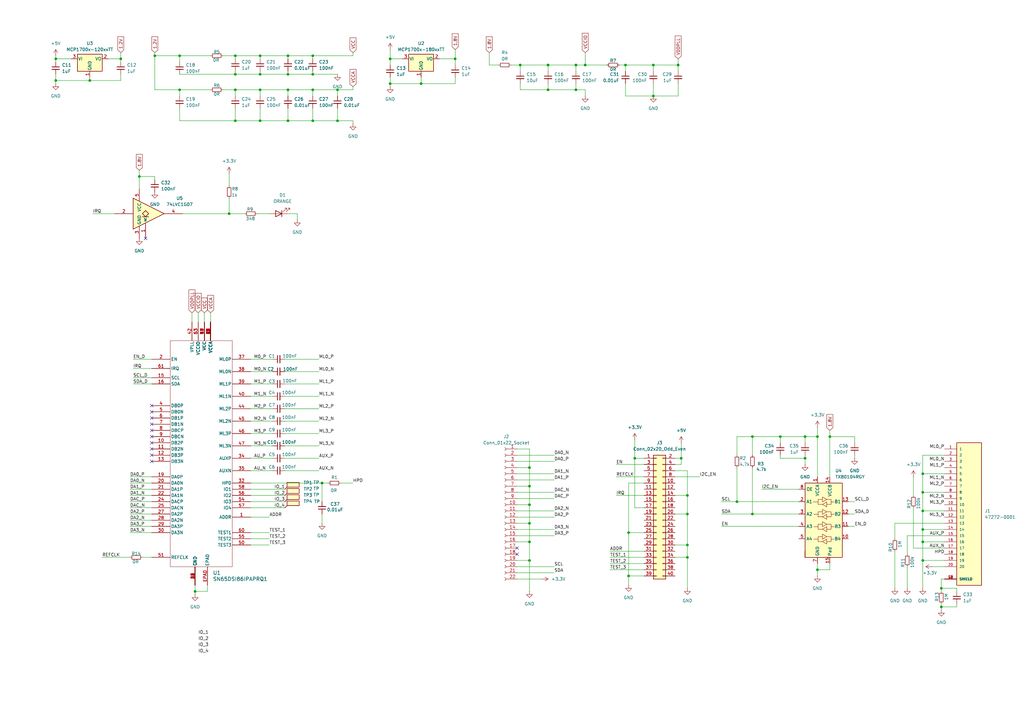
<source format=kicad_sch>
(kicad_sch (version 20231120) (generator "eeschema") (generator_version "8.0")
  (paper "A3")
  (lib_symbols
    (symbol "74xGxx:74LVC1G07"
      (property "Reference" "U" (at 0 7.62 0))
      (property "Value" "74LVC1G07" (at 3.81 -7.62 0))
      (symbol "74LVC1G07_1_1"
        (pin free line (at -2.54 -10.16 90) (length 6.35) (name "NC") (number "1"))
        (pin input line (at -15.24 0 0) (length 7.62) (name "~") (number "2"))
        (pin power_in line (at -5.08 -10.16 90) (length 5.08) (name "GND") (number "3"))
        (pin open_collector line (at 12.7 0 180) (length 7.62) (name "~") (number "4"))
        (pin power_in line (at -5.08 10.16 270) (length 5.08) (name "VCC") (number "5"))
      )
    )
    (symbol "Connector:Conn_01x22_Socket" (pin_names (offset 1.016) hide)
      (property "Reference" "J" (at 0 27.94 0))
      (property "Value" "Conn_01x22_Socket" (at 0 -30.48 0))
      (symbol "Conn_01x22_Socket_1_1"
        (pin passive line (at -5.08 25.4 0) (length 3.81) (name "Pin_1") (number "1"))
        (pin passive line (at -5.08 2.54 0) (length 3.81) (name "Pin_10") (number "10"))
        (pin passive line (at -5.08 0 0) (length 3.81) (name "Pin_11") (number "11"))
        (pin passive line (at -5.08 -2.54 0) (length 3.81) (name "Pin_12") (number "12"))
        (pin passive line (at -5.08 -5.08 0) (length 3.81) (name "Pin_13") (number "13"))
        (pin passive line (at -5.08 -7.62 0) (length 3.81) (name "Pin_14") (number "14"))
        (pin passive line (at -5.08 -10.16 0) (length 3.81) (name "Pin_15") (number "15"))
        (pin passive line (at -5.08 -12.7 0) (length 3.81) (name "Pin_16") (number "16"))
        (pin passive line (at -5.08 -15.24 0) (length 3.81) (name "Pin_17") (number "17"))
        (pin passive line (at -5.08 -17.78 0) (length 3.81) (name "Pin_18") (number "18"))
        (pin passive line (at -5.08 -20.32 0) (length 3.81) (name "Pin_19") (number "19"))
        (pin passive line (at -5.08 22.86 0) (length 3.81) (name "Pin_2") (number "2"))
        (pin passive line (at -5.08 -22.86 0) (length 3.81) (name "Pin_20") (number "20"))
        (pin passive line (at -5.08 -25.4 0) (length 3.81) (name "Pin_21") (number "21"))
        (pin passive line (at -5.08 -27.94 0) (length 3.81) (name "Pin_22") (number "22"))
        (pin passive line (at -5.08 20.32 0) (length 3.81) (name "Pin_3") (number "3"))
        (pin passive line (at -5.08 17.78 0) (length 3.81) (name "Pin_4") (number "4"))
        (pin passive line (at -5.08 15.24 0) (length 3.81) (name "Pin_5") (number "5"))
        (pin passive line (at -5.08 12.7 0) (length 3.81) (name "Pin_6") (number "6"))
        (pin passive line (at -5.08 10.16 0) (length 3.81) (name "Pin_7") (number "7"))
        (pin passive line (at -5.08 7.62 0) (length 3.81) (name "Pin_8") (number "8"))
        (pin passive line (at -5.08 5.08 0) (length 3.81) (name "Pin_9") (number "9"))
      )
    )
    (symbol "Connector:TestPoint_Flag" (pin_numbers hide) (pin_names (offset 0.762) hide)
      (property "Reference" "TP" (at 3.429 1.778 0))
      (property "Value" "TestPoint_Flag" (at 3.302 4.191 0))
      (symbol "TestPoint_Flag_1_1"
        (pin passive line (at 0 0 90) (length 0) (name "1") (number "1"))
      )
    )
    (symbol "Connector_Generic:Conn_02x20_Odd_Even" (pin_names (offset 1.016) hide)
      (property "Reference" "J" (at 1.27 25.4 0))
      (property "Value" "Conn_02x20_Odd_Even" (at 1.27 -27.94 0))
      (symbol "Conn_02x20_Odd_Even_1_1"
        (pin passive line (at -5.08 22.86 0) (length 3.81) (name "Pin_1") (number "1"))
        (pin passive line (at 7.62 12.7 180) (length 3.81) (name "Pin_10") (number "10"))
        (pin passive line (at -5.08 10.16 0) (length 3.81) (name "Pin_11") (number "11"))
        (pin passive line (at 7.62 10.16 180) (length 3.81) (name "Pin_12") (number "12"))
        (pin passive line (at -5.08 7.62 0) (length 3.81) (name "Pin_13") (number "13"))
        (pin passive line (at 7.62 7.62 180) (length 3.81) (name "Pin_14") (number "14"))
        (pin passive line (at -5.08 5.08 0) (length 3.81) (name "Pin_15") (number "15"))
        (pin passive line (at 7.62 5.08 180) (length 3.81) (name "Pin_16") (number "16"))
        (pin passive line (at -5.08 2.54 0) (length 3.81) (name "Pin_17") (number "17"))
        (pin passive line (at 7.62 2.54 180) (length 3.81) (name "Pin_18") (number "18"))
        (pin passive line (at -5.08 0 0) (length 3.81) (name "Pin_19") (number "19"))
        (pin passive line (at 7.62 22.86 180) (length 3.81) (name "Pin_2") (number "2"))
        (pin passive line (at 7.62 0 180) (length 3.81) (name "Pin_20") (number "20"))
        (pin passive line (at -5.08 -2.54 0) (length 3.81) (name "Pin_21") (number "21"))
        (pin passive line (at 7.62 -2.54 180) (length 3.81) (name "Pin_22") (number "22"))
        (pin passive line (at -5.08 -5.08 0) (length 3.81) (name "Pin_23") (number "23"))
        (pin passive line (at 7.62 -5.08 180) (length 3.81) (name "Pin_24") (number "24"))
        (pin passive line (at -5.08 -7.62 0) (length 3.81) (name "Pin_25") (number "25"))
        (pin passive line (at 7.62 -7.62 180) (length 3.81) (name "Pin_26") (number "26"))
        (pin passive line (at -5.08 -10.16 0) (length 3.81) (name "Pin_27") (number "27"))
        (pin passive line (at 7.62 -10.16 180) (length 3.81) (name "Pin_28") (number "28"))
        (pin passive line (at -5.08 -12.7 0) (length 3.81) (name "Pin_29") (number "29"))
        (pin passive line (at -5.08 20.32 0) (length 3.81) (name "Pin_3") (number "3"))
        (pin passive line (at 7.62 -12.7 180) (length 3.81) (name "Pin_30") (number "30"))
        (pin passive line (at -5.08 -15.24 0) (length 3.81) (name "Pin_31") (number "31"))
        (pin passive line (at 7.62 -15.24 180) (length 3.81) (name "Pin_32") (number "32"))
        (pin passive line (at -5.08 -17.78 0) (length 3.81) (name "Pin_33") (number "33"))
        (pin passive line (at 7.62 -17.78 180) (length 3.81) (name "Pin_34") (number "34"))
        (pin passive line (at -5.08 -20.32 0) (length 3.81) (name "Pin_35") (number "35"))
        (pin passive line (at 7.62 -20.32 180) (length 3.81) (name "Pin_36") (number "36"))
        (pin passive line (at -5.08 -22.86 0) (length 3.81) (name "Pin_37") (number "37"))
        (pin passive line (at 7.62 -22.86 180) (length 3.81) (name "Pin_38") (number "38"))
        (pin passive line (at -5.08 -25.4 0) (length 3.81) (name "Pin_39") (number "39"))
        (pin passive line (at 7.62 20.32 180) (length 3.81) (name "Pin_4") (number "4"))
        (pin passive line (at 7.62 -25.4 180) (length 3.81) (name "Pin_40") (number "40"))
        (pin passive line (at -5.08 17.78 0) (length 3.81) (name "Pin_5") (number "5"))
        (pin passive line (at 7.62 17.78 180) (length 3.81) (name "Pin_6") (number "6"))
        (pin passive line (at -5.08 15.24 0) (length 3.81) (name "Pin_7") (number "7"))
        (pin passive line (at 7.62 15.24 180) (length 3.81) (name "Pin_8") (number "8"))
        (pin passive line (at -5.08 12.7 0) (length 3.81) (name "Pin_9") (number "9"))
      )
    )
    (symbol "Device:C_Small" (pin_numbers hide) (pin_names (offset 0.254) hide)
      (property "Reference" "C" (at 0.254 1.778 0))
      (property "Value" "C_Small" (at 0.254 -2.032 0))
      (symbol "C_Small_1_1"
        (pin passive line (at 0 2.54 270) (length 2.032) (name "~") (number "1"))
        (pin passive line (at 0 -2.54 90) (length 2.032) (name "~") (number "2"))
      )
    )
    (symbol "Device:LED" (pin_numbers hide) (pin_names (offset 1.016) hide)
      (property "Reference" "D" (at 0 2.54 0))
      (property "Value" "LED" (at 0 -2.54 0))
      (symbol "LED_1_1"
        (pin passive line (at -3.81 0 0) (length 2.54) (name "K") (number "1"))
        (pin passive line (at 3.81 0 180) (length 2.54) (name "A") (number "2"))
      )
    )
    (symbol "Device:R_Small" (pin_numbers hide) (pin_names (offset 0.254) hide)
      (property "Reference" "R" (at 0.762 0.508 0))
      (property "Value" "R_Small" (at 0.762 -1.016 0))
      (symbol "R_Small_1_1"
        (pin passive line (at 0 2.54 270) (length 0.762) (name "~") (number "1"))
        (pin passive line (at 0 -2.54 90) (length 0.762) (name "~") (number "2"))
      )
    )
    (symbol "Logic_LevelTranslator:TXB0104RGY"
      (property "Reference" "U" (at -6.35 16.51 0))
      (property "Value" "TXB0104RGY" (at 3.81 16.51 0))
      (symbol "TXB0104RGY_1_1"
        (pin power_in line (at -2.54 17.78 270) (length 2.54) (name "VCCA") (number "1"))
        (pin bidirectional line (at 10.16 -7.62 180) (length 2.54) (name "B4") (number "10"))
        (pin bidirectional line (at 10.16 -2.54 180) (length 2.54) (name "B3") (number "11"))
        (pin bidirectional line (at 10.16 2.54 180) (length 2.54) (name "B2") (number "12"))
        (pin bidirectional line (at 10.16 7.62 180) (length 2.54) (name "B1") (number "13"))
        (pin power_in line (at 2.54 17.78 270) (length 2.54) (name "VCCB") (number "14"))
        (pin input line (at 2.54 -17.78 90) (length 2.54) (name "Pad") (number "15"))
        (pin bidirectional line (at -10.16 7.62 0) (length 2.54) (name "A1") (number "2"))
        (pin bidirectional line (at -10.16 2.54 0) (length 2.54) (name "A2") (number "3"))
        (pin bidirectional line (at -10.16 -2.54 0) (length 2.54) (name "A3") (number "4"))
        (pin bidirectional line (at -10.16 -7.62 0) (length 2.54) (name "A4") (number "5"))
        (pin no_connect line (at -7.62 -12.7 0) (length 2.54) hide (name "NC") (number "6"))
        (pin power_in line (at -2.54 -17.78 90) (length 2.54) (name "GND") (number "7"))
        (pin input line (at -10.16 12.7 0) (length 2.54) (name "OE") (number "8"))
        (pin no_connect line (at 7.62 -12.7 180) (length 2.54) hide (name "NC") (number "9"))
      )
    )
    (symbol "Regulator_Linear:MCP1700x-120xxTT" (pin_names (offset 0.254))
      (property "Reference" "U" (at -3.81 3.175 0))
      (property "Value" "MCP1700x-120xxTT" (at 0 3.175 0))
      (symbol "MCP1700x-120xxTT_1_1"
        (pin power_in line (at 0 -7.62 90) (length 2.54) (name "GND") (number "1"))
        (pin power_out line (at 7.62 0 180) (length 2.54) (name "VO") (number "2"))
        (pin power_in line (at -7.62 0 0) (length 2.54) (name "VI") (number "3"))
      )
    )
    (symbol "Regulator_Linear:MCP1700x-180xxTT" (pin_names (offset 0.254))
      (property "Reference" "U" (at -3.81 3.175 0))
      (property "Value" "MCP1700x-180xxTT" (at 0 3.175 0))
      (symbol "MCP1700x-180xxTT_1_1"
        (pin power_in line (at 0 -7.62 90) (length 2.54) (name "GND") (number "1"))
        (pin power_out line (at 7.62 0 180) (length 2.54) (name "VO") (number "2"))
        (pin power_in line (at -7.62 0 0) (length 2.54) (name "VI") (number "3"))
      )
    )
    (symbol "Symbols:47272-0001" (pin_names (offset 1.016))
      (property "Reference" "J" (at -5.08 28.448 0))
      (property "Value" "47272-0001" (at -5.08 -33.02 0))
      (symbol "47272-0001_0_0"
        (pin passive line (at -10.16 25.4 0) (length 5.08) (name "1") (number "1"))
        (pin passive line (at -10.16 2.54 0) (length 5.08) (name "10") (number "10"))
        (pin passive line (at -10.16 0 0) (length 5.08) (name "11") (number "11"))
        (pin passive line (at -10.16 -2.54 0) (length 5.08) (name "12") (number "12"))
        (pin passive line (at -10.16 -5.08 0) (length 5.08) (name "13") (number "13"))
        (pin passive line (at -10.16 -7.62 0) (length 5.08) (name "14") (number "14"))
        (pin passive line (at -10.16 -10.16 0) (length 5.08) (name "15") (number "15"))
        (pin passive line (at -10.16 -12.7 0) (length 5.08) (name "16") (number "16"))
        (pin passive line (at -10.16 -15.24 0) (length 5.08) (name "17") (number "17"))
        (pin passive line (at -10.16 -17.78 0) (length 5.08) (name "18") (number "18"))
        (pin passive line (at -10.16 -20.32 0) (length 5.08) (name "19") (number "19"))
        (pin passive line (at -10.16 22.86 0) (length 5.08) (name "2") (number "2"))
        (pin passive line (at -10.16 -22.86 0) (length 5.08) (name "20") (number "20"))
        (pin passive line (at -10.16 20.32 0) (length 5.08) (name "3") (number "3"))
        (pin passive line (at -10.16 17.78 0) (length 5.08) (name "4") (number "4"))
        (pin passive line (at -10.16 15.24 0) (length 5.08) (name "5") (number "5"))
        (pin passive line (at -10.16 12.7 0) (length 5.08) (name "6") (number "6"))
        (pin passive line (at -10.16 10.16 0) (length 5.08) (name "7") (number "7"))
        (pin passive line (at -10.16 7.62 0) (length 5.08) (name "8") (number "8"))
        (pin passive line (at -10.16 5.08 0) (length 5.08) (name "9") (number "9"))
        (pin passive line (at -10.16 -27.94 0) (length 5.08) (name "SHIELD") (number "S1"))
        (pin passive line (at -10.16 -27.94 0) (length 5.08) (name "SHIELD") (number "S2"))
        (pin passive line (at -10.16 -27.94 0) (length 5.08) (name "SHIELD") (number "S3"))
        (pin passive line (at -10.16 -27.94 0) (length 5.08) (name "SHIELD") (number "S4"))
      )
    )
    (symbol "Symbols:SN65DSI86IPAPRQ1" (pin_names (offset 0.254))
      (property "Reference" "U" (at 36.576 7.112 0))
      (property "Value" "SN65DSI86IPAPRQ1" (at 46.228 3.048 0))
      (symbol "SN65DSI86IPAPRQ1_1_1"
        (pin unspecified line (at 40.64 -67.31 180) (length 7.62) (name "ADDR") (number "1"))
        (pin unspecified line (at 0 -36.83 0) (length 7.62) (name "DB2P") (number "10"))
        (pin unspecified line (at 0 -39.37 0) (length 7.62) (name "DB2N") (number "11"))
        (pin unspecified line (at 0 -41.91 0) (length 7.62) (name "DB3P") (number "12"))
        (pin unspecified line (at 0 -44.45 0) (length 7.62) (name "DB3N") (number "13"))
        (pin unspecified line (at 24.13 12.7 270) (length 7.62) (name "VCCA") (number "14"))
        (pin unspecified line (at 0 -10.16 0) (length 7.62) (name "SCL") (number "15"))
        (pin unspecified line (at 0 -12.7 0) (length 7.62) (name "SDA") (number "16"))
        (pin unspecified line (at 21.59 12.7 270) (length 7.62) (name "VCC") (number "17"))
        (pin unspecified line (at 24.13 12.7 270) (length 7.62) (name "VCCA") (number "18"))
        (pin unspecified line (at 0 -50.8 0) (length 7.62) (name "DA0P") (number "19"))
        (pin unspecified line (at 0 -2.54 0) (length 7.62) (name "EN") (number "2"))
        (pin unspecified line (at 0 -53.34 0) (length 7.62) (name "DA0N") (number "20"))
        (pin unspecified line (at 0 -55.88 0) (length 7.62) (name "DA1P") (number "21"))
        (pin unspecified line (at 0 -58.42 0) (length 7.62) (name "DA1N") (number "22"))
        (pin unspecified line (at 17.78 -95.25 90) (length 7.62) (name "GND") (number "23"))
        (pin unspecified line (at 0 -60.96 0) (length 7.62) (name "DACP") (number "24"))
        (pin unspecified line (at 0 -63.5 0) (length 7.62) (name "DACN") (number "25"))
        (pin unspecified line (at 17.78 -95.25 90) (length 7.62) (name "GND") (number "26"))
        (pin unspecified line (at 0 -66.04 0) (length 7.62) (name "DA2P") (number "27"))
        (pin unspecified line (at 0 -68.58 0) (length 7.62) (name "DA2N") (number "28"))
        (pin unspecified line (at 0 -71.12 0) (length 7.62) (name "DA3P") (number "29"))
        (pin unspecified line (at 24.13 12.7 270) (length 7.62) (name "VCCA") (number "3"))
        (pin unspecified line (at 0 -73.66 0) (length 7.62) (name "DA3N") (number "30"))
        (pin unspecified line (at 24.13 12.7 270) (length 7.62) (name "VCCA") (number "31"))
        (pin unspecified line (at 40.64 -53.34 180) (length 7.62) (name "HPD") (number "32"))
        (pin unspecified line (at 21.59 12.7 270) (length 7.62) (name "VCC") (number "33"))
        (pin unspecified line (at 40.64 -43.18 180) (length 7.62) (name "AUXP") (number "34"))
        (pin unspecified line (at 40.64 -48.26 180) (length 7.62) (name "AUXN") (number "35"))
        (pin unspecified line (at 24.13 12.7 270) (length 7.62) (name "VCCA") (number "36"))
        (pin unspecified line (at 40.64 -2.54 180) (length 7.62) (name "ML0P") (number "37"))
        (pin unspecified line (at 40.64 -7.62 180) (length 7.62) (name "ML0N") (number "38"))
        (pin unspecified line (at 40.64 -12.7 180) (length 7.62) (name "ML1P") (number "39"))
        (pin unspecified line (at 0 -21.59 0) (length 7.62) (name "DB0P") (number "4"))
        (pin unspecified line (at 40.64 -17.78 180) (length 7.62) (name "ML1N") (number "40"))
        (pin unspecified line (at 24.13 12.7 270) (length 7.62) (name "VCCA") (number "41"))
        (pin unspecified line (at 16.51 12.7 270) (length 7.62) (name "VPLL") (number "42"))
        (pin unspecified line (at 24.13 12.7 270) (length 7.62) (name "VCCA") (number "43"))
        (pin unspecified line (at 40.64 -22.86 180) (length 7.62) (name "ML2P") (number "44"))
        (pin unspecified line (at 40.64 -27.94 180) (length 7.62) (name "ML2N") (number "45"))
        (pin unspecified line (at 40.64 -33.02 180) (length 7.62) (name "ML3P") (number "46"))
        (pin unspecified line (at 40.64 -38.1 180) (length 7.62) (name "ML3N") (number "47"))
        (pin unspecified line (at 24.13 12.7 270) (length 7.62) (name "VCCA") (number "48"))
        (pin unspecified line (at 21.59 12.7 270) (length 7.62) (name "VCC") (number "49"))
        (pin unspecified line (at 0 -24.13 0) (length 7.62) (name "DB0N") (number "5"))
        (pin unspecified line (at 40.64 -78.74 180) (length 7.62) (name "TEST3") (number "50"))
        (pin unspecified line (at 0 -83.82 0) (length 7.62) (name "REFCLK") (number "51"))
        (pin unspecified line (at 17.78 -95.25 90) (length 7.62) (name "GND") (number "52"))
        (pin unspecified line (at 19.05 12.7 270) (length 7.62) (name "VCCIO") (number "53"))
        (pin unspecified line (at 40.64 -60.96 180) (length 7.62) (name "IO3") (number "54"))
        (pin unspecified line (at 40.64 -76.2 180) (length 7.62) (name "TEST2") (number "55"))
        (pin unspecified line (at 40.64 -58.42 180) (length 7.62) (name "IO2") (number "56"))
        (pin unspecified line (at 40.64 -63.5 180) (length 7.62) (name "IO4") (number "57"))
        (pin unspecified line (at 40.64 -55.88 180) (length 7.62) (name "IO1") (number "58"))
        (pin unspecified line (at 21.59 12.7 270) (length 7.62) (name "VCC") (number "59"))
        (pin unspecified line (at 0 -26.67 0) (length 7.62) (name "DB1P") (number "6"))
        (pin unspecified line (at 40.64 -73.66 180) (length 7.62) (name "TEST1") (number "60"))
        (pin unspecified line (at 0 -6.35 0) (length 7.62) (name "IRQ") (number "61"))
        (pin unspecified line (at 21.59 12.7 270) (length 7.62) (name "VCC") (number "62"))
        (pin unspecified line (at 19.05 12.7 270) (length 7.62) (name "VCCIO") (number "63"))
        (pin unspecified line (at 17.78 -95.25 90) (length 7.62) (name "GND") (number "64"))
        (pin unspecified line (at 0 -29.21 0) (length 7.62) (name "DB1N") (number "7"))
        (pin unspecified line (at 0 -31.75 0) (length 7.62) (name "DBCP") (number "8"))
        (pin unspecified line (at 0 -34.29 0) (length 7.62) (name "DBCN") (number "9"))
        (pin unspecified line (at 22.86 -95.25 90) (length 7.62) (name "EPAD") (number "EPAD"))
      )
    )
    (symbol "power:+3.3V" (power) (pin_numbers hide) (pin_names (offset 0) hide)
      (property "Value" "+3.3V" (at 0 3.556 0))
      (symbol "+3.3V_1_1"
        (pin power_in line (at 0 0 90) (length 0) (name "~") (number "1"))
      )
    )
    (symbol "power:+5V" (power) (pin_numbers hide) (pin_names (offset 0) hide)
      (property "Value" "+5V" (at 0 3.556 0))
      (symbol "+5V_1_1"
        (pin power_in line (at 0 0 90) (length 0) (name "~") (number "1"))
      )
    )
    (symbol "power:GND" (power) (pin_numbers hide) (pin_names (offset 0) hide)
      (property "Value" "GND" (at 0 -3.81 0))
      (symbol "GND_1_1"
        (pin power_in line (at 0 0 270) (length 0) (name "~") (number "1"))
      )
    )
  )
  (junction (at 36.83 33.02))
  (junction (at 73.66 22.86))
  (junction (at 260.35 187.96))
  (junction (at 302.26 205.74))
  (junction (at 138.43 49.53))
  (junction (at 378.46 229.87))
  (junction (at 213.36 26.67))
  (junction (at 118.11 22.86))
  (junction (at 96.52 49.53))
  (junction (at 106.68 49.53))
  (junction (at 224.79 36.83))
  (junction (at 340.36 179.07))
  (junction (at 236.22 26.67))
  (junction (at 217.17 229.87))
  (junction (at 378.46 201.93))
  (junction (at 281.94 203.2))
  (junction (at 57.15 72.39))
  (junction (at 320.04 179.07))
  (junction (at 335.28 179.07))
  (junction (at 267.97 39.37))
  (junction (at 281.94 210.82))
  (junction (at 378.46 209.55))
  (junction (at 217.17 199.39))
  (junction (at 22.86 33.02))
  (junction (at 128.27 36.83))
  (junction (at 63.5 22.86))
  (junction (at 224.79 26.67))
  (junction (at 267.97 26.67))
  (junction (at 386.08 241.3))
  (junction (at 118.11 36.83))
  (junction (at 330.2 187.96))
  (junction (at 386.08 248.92))
  (junction (at 217.17 207.01))
  (junction (at 128.27 22.86))
  (junction (at 257.81 218.44))
  (junction (at 240.03 26.67))
  (junction (at 281.94 228.6))
  (junction (at 308.61 210.82))
  (junction (at 160.02 34.29))
  (junction (at 257.81 236.22))
  (junction (at 378.46 194.31))
  (junction (at 330.2 179.07))
  (junction (at 378.46 222.25))
  (junction (at 106.68 30.48))
  (junction (at 256.54 26.67))
  (junction (at 217.17 191.77))
  (junction (at 106.68 36.83))
  (junction (at 93.98 87.63))
  (junction (at 172.72 34.29))
  (junction (at 279.4 187.96))
  (junction (at 217.17 214.63))
  (junction (at 278.13 26.67))
  (junction (at 106.68 22.86))
  (junction (at 96.52 30.48))
  (junction (at 128.27 30.48))
  (junction (at 73.66 36.83))
  (junction (at 138.43 36.83))
  (junction (at 132.08 198.12))
  (junction (at 80.01 242.57))
  (junction (at 186.69 24.13))
  (junction (at 335.28 233.68))
  (junction (at 236.22 36.83))
  (junction (at 378.46 217.17))
  (junction (at 96.52 36.83))
  (junction (at 96.52 22.86))
  (junction (at 160.02 24.13))
  (junction (at 118.11 49.53))
  (junction (at 217.17 222.25))
  (junction (at 281.94 223.52))
  (junction (at 128.27 49.53))
  (junction (at 49.53 24.13))
  (junction (at 118.11 30.48))
  (junction (at 308.61 179.07))
  (junction (at 22.86 24.13))
  (no_connect (at 62.23 186.69))
  (no_connect (at 62.23 171.45))
  (no_connect (at 212.09 224.79))
  (no_connect (at 62.23 166.37))
  (no_connect (at 62.23 184.15))
  (no_connect (at 62.23 168.91))
  (no_connect (at 59.69 97.79))
  (no_connect (at 212.09 227.33))
  (no_connect (at 62.23 179.07))
  (no_connect (at 62.23 189.23))
  (no_connect (at 62.23 173.99))
  (no_connect (at 62.23 176.53))
  (no_connect (at 62.23 181.61))
  (wire (pts (xy 106.68 49.53) (xy 118.11 49.53)))
  (wire (pts (xy 212.09 191.77) (xy 217.17 191.77)))
  (wire (pts (xy 102.87 167.64) (xy 111.76 167.64)))
  (wire (pts (xy 264.16 208.28) (xy 260.35 208.28)))
  (wire (pts (xy 44.45 24.13) (xy 49.53 24.13)))
  (wire (pts (xy 240.03 36.83) (xy 240.03 39.37)))
  (wire (pts (xy 212.09 207.01) (xy 217.17 207.01)))
  (wire (pts (xy 236.22 26.67) (xy 240.03 26.67)))
  (wire (pts (xy 74.93 87.63) (xy 93.98 87.63)))
  (wire (pts (xy 378.46 222.25) (xy 387.35 222.25)))
  (wire (pts (xy 96.52 36.83) (xy 106.68 36.83)))
  (wire (pts (xy 53.34 218.44) (xy 62.23 218.44)))
  (wire (pts (xy 378.46 201.93) (xy 378.46 209.55)))
  (wire (pts (xy 186.69 34.29) (xy 172.72 34.29)))
  (wire (pts (xy 144.78 49.53) (xy 144.78 50.8)))
  (wire (pts (xy 73.66 36.83) (xy 73.66 39.37)))
  (wire (pts (xy 49.53 21.59) (xy 49.53 24.13)))
  (wire (pts (xy 250.19 233.68) (xy 264.16 233.68)))
  (wire (pts (xy 367.03 214.63) (xy 367.03 220.98)))
  (wire (pts (xy 217.17 222.25) (xy 217.17 229.87)))
  (wire (pts (xy 347.98 210.82) (xy 350.52 210.82)))
  (wire (pts (xy 260.35 180.34) (xy 260.35 187.96)))
  (wire (pts (xy 128.27 29.21) (xy 128.27 30.48)))
  (wire (pts (xy 387.35 186.69) (xy 378.46 186.69)))
  (wire (pts (xy 330.2 179.07) (xy 320.04 179.07)))
  (wire (pts (xy 38.1 87.63) (xy 46.99 87.63)))
  (wire (pts (xy 254 26.67) (xy 256.54 26.67)))
  (wire (pts (xy 102.87 200.66) (xy 116.84 200.66)))
  (wire (pts (xy 128.27 44.45) (xy 128.27 49.53)))
  (wire (pts (xy 128.27 22.86) (xy 128.27 24.13)))
  (wire (pts (xy 53.34 195.58) (xy 62.23 195.58)))
  (wire (pts (xy 212.09 214.63) (xy 217.17 214.63)))
  (wire (pts (xy 138.43 36.83) (xy 144.78 36.83)))
  (wire (pts (xy 250.19 226.06) (xy 264.16 226.06)))
  (wire (pts (xy 386.08 237.49) (xy 386.08 241.3)))
  (wire (pts (xy 387.35 219.71) (xy 372.11 219.71)))
  (wire (pts (xy 54.61 147.32) (xy 62.23 147.32)))
  (wire (pts (xy 53.34 210.82) (xy 62.23 210.82)))
  (wire (pts (xy 302.26 191.77) (xy 302.26 205.74)))
  (wire (pts (xy 93.98 87.63) (xy 100.33 87.63)))
  (wire (pts (xy 392.43 248.92) (xy 386.08 248.92)))
  (wire (pts (xy 212.09 219.71) (xy 227.33 219.71)))
  (wire (pts (xy 378.46 229.87) (xy 387.35 229.87)))
  (wire (pts (xy 22.86 24.13) (xy 22.86 25.4)))
  (wire (pts (xy 308.61 179.07) (xy 302.26 179.07)))
  (wire (pts (xy 212.09 184.15) (xy 217.17 184.15)))
  (wire (pts (xy 256.54 26.67) (xy 256.54 29.21)))
  (wire (pts (xy 257.81 236.22) (xy 264.16 236.22)))
  (wire (pts (xy 128.27 22.86) (xy 144.78 22.86)))
  (wire (pts (xy 132.08 198.12) (xy 134.62 198.12)))
  (wire (pts (xy 224.79 36.83) (xy 213.36 36.83)))
  (wire (pts (xy 330.2 186.69) (xy 330.2 187.96)))
  (wire (pts (xy 116.84 162.56) (xy 130.81 162.56)))
  (wire (pts (xy 106.68 44.45) (xy 106.68 49.53)))
  (wire (pts (xy 260.35 187.96) (xy 264.16 187.96)))
  (wire (pts (xy 106.68 29.21) (xy 106.68 30.48)))
  (wire (pts (xy 200.66 26.67) (xy 204.47 26.67)))
  (wire (pts (xy 200.66 21.59) (xy 200.66 26.67)))
  (wire (pts (xy 36.83 31.75) (xy 36.83 33.02)))
  (wire (pts (xy 144.78 21.59) (xy 144.78 22.86)))
  (wire (pts (xy 378.46 194.31) (xy 378.46 201.93)))
  (wire (pts (xy 236.22 36.83) (xy 240.03 36.83)))
  (wire (pts (xy 236.22 34.29) (xy 236.22 36.83)))
  (wire (pts (xy 80.01 243.84) (xy 80.01 242.57)))
  (wire (pts (xy 252.73 190.5) (xy 264.16 190.5)))
  (wire (pts (xy 217.17 184.15) (xy 217.17 191.77)))
  (wire (pts (xy 118.11 22.86) (xy 128.27 22.86)))
  (wire (pts (xy 295.91 205.74) (xy 302.26 205.74)))
  (wire (pts (xy 224.79 26.67) (xy 224.79 29.21)))
  (wire (pts (xy 340.36 179.07) (xy 350.52 179.07)))
  (wire (pts (xy 102.87 162.56) (xy 111.76 162.56)))
  (wire (pts (xy 250.19 231.14) (xy 264.16 231.14)))
  (wire (pts (xy 257.81 236.22) (xy 257.81 240.03)))
  (wire (pts (xy 118.11 30.48) (xy 128.27 30.48)))
  (wire (pts (xy 257.81 218.44) (xy 264.16 218.44)))
  (wire (pts (xy 91.44 36.83) (xy 96.52 36.83)))
  (wire (pts (xy 102.87 218.44) (xy 110.49 218.44)))
  (wire (pts (xy 116.84 147.32) (xy 130.81 147.32)))
  (wire (pts (xy 372.11 232.41) (xy 372.11 241.3)))
  (wire (pts (xy 227.33 232.41) (xy 212.09 232.41)))
  (wire (pts (xy 212.09 194.31) (xy 227.33 194.31)))
  (wire (pts (xy 392.43 242.57) (xy 392.43 241.3)))
  (wire (pts (xy 160.02 35.56) (xy 160.02 34.29)))
  (wire (pts (xy 63.5 73.66) (xy 63.5 72.39)))
  (wire (pts (xy 118.11 87.63) (xy 121.92 87.63)))
  (wire (pts (xy 224.79 34.29) (xy 224.79 36.83)))
  (wire (pts (xy 80.01 242.57) (xy 85.09 242.57)))
  (wire (pts (xy 160.02 31.75) (xy 160.02 34.29)))
  (wire (pts (xy 96.52 29.21) (xy 96.52 30.48)))
  (wire (pts (xy 63.5 21.59) (xy 63.5 22.86)))
  (wire (pts (xy 217.17 191.77) (xy 217.17 199.39)))
  (wire (pts (xy 276.86 195.58) (xy 287.02 195.58)))
  (wire (pts (xy 93.98 81.28) (xy 93.98 87.63)))
  (wire (pts (xy 217.17 229.87) (xy 217.17 242.57)))
  (wire (pts (xy 213.36 26.67) (xy 213.36 29.21)))
  (wire (pts (xy 180.34 24.13) (xy 186.69 24.13)))
  (wire (pts (xy 236.22 36.83) (xy 224.79 36.83)))
  (wire (pts (xy 96.52 22.86) (xy 96.52 24.13)))
  (wire (pts (xy 276.86 228.6) (xy 281.94 228.6)))
  (wire (pts (xy 102.87 193.04) (xy 111.76 193.04)))
  (wire (pts (xy 78.74 128.27) (xy 78.74 132.08)))
  (wire (pts (xy 217.17 207.01) (xy 217.17 214.63)))
  (wire (pts (xy 116.84 177.8) (xy 130.81 177.8)))
  (wire (pts (xy 257.81 198.12) (xy 257.81 218.44)))
  (wire (pts (xy 252.73 203.2) (xy 264.16 203.2)))
  (wire (pts (xy 386.08 248.92) (xy 386.08 250.19)))
  (wire (pts (xy 106.68 30.48) (xy 118.11 30.48)))
  (wire (pts (xy 186.69 31.75) (xy 186.69 34.29)))
  (wire (pts (xy 209.55 26.67) (xy 213.36 26.67)))
  (wire (pts (xy 267.97 39.37) (xy 256.54 39.37)))
  (wire (pts (xy 276.86 203.2) (xy 281.94 203.2)))
  (wire (pts (xy 378.46 209.55) (xy 378.46 217.17)))
  (wire (pts (xy 212.09 199.39) (xy 217.17 199.39)))
  (wire (pts (xy 53.34 213.36) (xy 62.23 213.36)))
  (wire (pts (xy 295.91 210.82) (xy 308.61 210.82)))
  (wire (pts (xy 212.09 201.93) (xy 227.33 201.93)))
  (wire (pts (xy 139.7 198.12) (xy 144.78 198.12)))
  (wire (pts (xy 116.84 187.96) (xy 130.81 187.96)))
  (wire (pts (xy 367.03 226.06) (xy 367.03 241.3)))
  (wire (pts (xy 217.17 214.63) (xy 217.17 222.25)))
  (wire (pts (xy 340.36 179.07) (xy 340.36 195.58)))
  (wire (pts (xy 308.61 179.07) (xy 308.61 186.69)))
  (wire (pts (xy 102.87 147.32) (xy 111.76 147.32)))
  (wire (pts (xy 276.86 210.82) (xy 281.94 210.82)))
  (wire (pts (xy 93.98 71.12) (xy 93.98 76.2)))
  (wire (pts (xy 374.65 208.28) (xy 374.65 224.79)))
  (wire (pts (xy 53.34 198.12) (xy 62.23 198.12)))
  (wire (pts (xy 138.43 44.45) (xy 138.43 49.53)))
  (wire (pts (xy 227.33 234.95) (xy 212.09 234.95)))
  (wire (pts (xy 49.53 24.13) (xy 49.53 25.4)))
  (wire (pts (xy 160.02 20.32) (xy 160.02 24.13)))
  (wire (pts (xy 186.69 20.32) (xy 186.69 24.13)))
  (wire (pts (xy 281.94 210.82) (xy 281.94 223.52)))
  (wire (pts (xy 387.35 224.79) (xy 374.65 224.79)))
  (wire (pts (xy 279.4 181.61) (xy 279.4 187.96)))
  (wire (pts (xy 278.13 26.67) (xy 278.13 29.21)))
  (wire (pts (xy 212.09 217.17) (xy 227.33 217.17)))
  (wire (pts (xy 86.36 128.27) (xy 86.36 132.08)))
  (wire (pts (xy 138.43 36.83) (xy 138.43 39.37)))
  (wire (pts (xy 54.61 157.48) (xy 62.23 157.48)))
  (wire (pts (xy 212.09 229.87) (xy 217.17 229.87)))
  (wire (pts (xy 96.52 36.83) (xy 96.52 39.37)))
  (wire (pts (xy 116.84 172.72) (xy 130.81 172.72)))
  (wire (pts (xy 295.91 215.9) (xy 327.66 215.9)))
  (wire (pts (xy 279.4 190.5) (xy 279.4 187.96)))
  (wire (pts (xy 96.52 44.45) (xy 96.52 49.53)))
  (wire (pts (xy 63.5 36.83) (xy 73.66 36.83)))
  (wire (pts (xy 53.34 200.66) (xy 62.23 200.66)))
  (wire (pts (xy 53.34 208.28) (xy 62.23 208.28)))
  (wire (pts (xy 312.42 200.66) (xy 327.66 200.66)))
  (wire (pts (xy 267.97 26.67) (xy 267.97 29.21)))
  (wire (pts (xy 116.84 152.4) (xy 130.81 152.4)))
  (wire (pts (xy 118.11 49.53) (xy 128.27 49.53)))
  (wire (pts (xy 118.11 44.45) (xy 118.11 49.53)))
  (wire (pts (xy 335.28 233.68) (xy 335.28 236.22)))
  (wire (pts (xy 302.26 179.07) (xy 302.26 186.69)))
  (wire (pts (xy 172.72 34.29) (xy 172.72 31.75)))
  (wire (pts (xy 54.61 154.94) (xy 62.23 154.94)))
  (wire (pts (xy 96.52 22.86) (xy 106.68 22.86)))
  (wire (pts (xy 160.02 34.29) (xy 172.72 34.29)))
  (wire (pts (xy 281.94 203.2) (xy 281.94 210.82)))
  (wire (pts (xy 308.61 191.77) (xy 308.61 210.82)))
  (wire (pts (xy 278.13 26.67) (xy 267.97 26.67)))
  (wire (pts (xy 102.87 198.12) (xy 132.08 198.12)))
  (wire (pts (xy 49.53 33.02) (xy 36.83 33.02)))
  (wire (pts (xy 58.42 228.6) (xy 62.23 228.6)))
  (wire (pts (xy 276.86 190.5) (xy 279.4 190.5)))
  (wire (pts (xy 116.84 167.64) (xy 130.81 167.64)))
  (wire (pts (xy 128.27 30.48) (xy 138.43 30.48)))
  (wire (pts (xy 73.66 22.86) (xy 73.66 25.4)))
  (wire (pts (xy 121.92 87.63) (xy 121.92 90.17)))
  (wire (pts (xy 267.97 34.29) (xy 267.97 39.37)))
  (wire (pts (xy 160.02 24.13) (xy 165.1 24.13)))
  (wire (pts (xy 212.09 209.55) (xy 227.33 209.55)))
  (wire (pts (xy 347.98 205.74) (xy 350.52 205.74)))
  (wire (pts (xy 387.35 214.63) (xy 367.03 214.63)))
  (wire (pts (xy 102.87 208.28) (xy 116.84 208.28)))
  (wire (pts (xy 73.66 44.45) (xy 73.66 49.53)))
  (wire (pts (xy 53.34 215.9) (xy 62.23 215.9)))
  (wire (pts (xy 374.65 195.58) (xy 374.65 203.2)))
  (wire (pts (xy 102.87 203.2) (xy 116.84 203.2)))
  (wire (pts (xy 118.11 36.83) (xy 128.27 36.83)))
  (wire (pts (xy 116.84 182.88) (xy 130.81 182.88)))
  (wire (pts (xy 330.2 179.07) (xy 335.28 179.07)))
  (wire (pts (xy 350.52 179.07) (xy 350.52 181.61)))
  (wire (pts (xy 387.35 237.49) (xy 386.08 237.49)))
  (wire (pts (xy 116.84 157.48) (xy 130.81 157.48)))
  (wire (pts (xy 102.87 172.72) (xy 111.76 172.72)))
  (wire (pts (xy 320.04 179.07) (xy 308.61 179.07)))
  (wire (pts (xy 160.02 24.13) (xy 160.02 26.67)))
  (wire (pts (xy 335.28 175.26) (xy 335.28 179.07)))
  (wire (pts (xy 378.46 229.87) (xy 378.46 241.3)))
  (wire (pts (xy 57.15 72.39) (xy 57.15 77.47)))
  (wire (pts (xy 330.2 179.07) (xy 330.2 181.61)))
  (wire (pts (xy 73.66 22.86) (xy 86.36 22.86)))
  (wire (pts (xy 330.2 187.96) (xy 330.2 190.5)))
  (wire (pts (xy 382.27 232.41) (xy 387.35 232.41)))
  (wire (pts (xy 302.26 205.74) (xy 327.66 205.74)))
  (wire (pts (xy 212.09 204.47) (xy 227.33 204.47)))
  (wire (pts (xy 224.79 26.67) (xy 236.22 26.67)))
  (wire (pts (xy 22.86 33.02) (xy 22.86 34.29)))
  (wire (pts (xy 213.36 26.67) (xy 224.79 26.67)))
  (wire (pts (xy 335.28 179.07) (xy 335.28 195.58)))
  (wire (pts (xy 106.68 36.83) (xy 106.68 39.37)))
  (wire (pts (xy 128.27 49.53) (xy 138.43 49.53)))
  (wire (pts (xy 63.5 22.86) (xy 63.5 36.83)))
  (wire (pts (xy 85.09 240.03) (xy 85.09 242.57)))
  (wire (pts (xy 102.87 223.52) (xy 110.49 223.52)))
  (wire (pts (xy 105.41 87.63) (xy 110.49 87.63)))
  (wire (pts (xy 81.28 128.27) (xy 81.28 132.08)))
  (wire (pts (xy 96.52 30.48) (xy 106.68 30.48)))
  (wire (pts (xy 378.46 194.31) (xy 387.35 194.31)))
  (wire (pts (xy 212.09 222.25) (xy 217.17 222.25)))
  (wire (pts (xy 102.87 157.48) (xy 111.76 157.48)))
  (wire (pts (xy 378.46 186.69) (xy 378.46 194.31)))
  (wire (pts (xy 378.46 209.55) (xy 387.35 209.55)))
  (wire (pts (xy 276.86 187.96) (xy 279.4 187.96)))
  (wire (pts (xy 386.08 241.3) (xy 386.08 242.57)))
  (wire (pts (xy 217.17 199.39) (xy 217.17 207.01)))
  (wire (pts (xy 320.04 179.07) (xy 320.04 181.61)))
  (wire (pts (xy 236.22 26.67) (xy 236.22 29.21)))
  (wire (pts (xy 22.86 30.48) (xy 22.86 33.02)))
  (wire (pts (xy 53.34 205.74) (xy 62.23 205.74)))
  (wire (pts (xy 386.08 241.3) (xy 392.43 241.3)))
  (wire (pts (xy 63.5 22.86) (xy 73.66 22.86)))
  (wire (pts (xy 118.11 22.86) (xy 118.11 24.13)))
  (wire (pts (xy 335.28 231.14) (xy 335.28 233.68)))
  (wire (pts (xy 378.46 201.93) (xy 387.35 201.93)))
  (wire (pts (xy 256.54 34.29) (xy 256.54 39.37)))
  (wire (pts (xy 240.03 21.59) (xy 240.03 26.67)))
  (wire (pts (xy 252.73 195.58) (xy 264.16 195.58)))
  (wire (pts (xy 378.46 222.25) (xy 378.46 229.87)))
  (wire (pts (xy 320.04 186.69) (xy 320.04 187.96)))
  (wire (pts (xy 49.53 30.48) (xy 49.53 33.02)))
  (wire (pts (xy 186.69 24.13) (xy 186.69 26.67)))
  (wire (pts (xy 116.84 193.04) (xy 130.81 193.04)))
  (wire (pts (xy 22.86 22.86) (xy 22.86 24.13)))
  (wire (pts (xy 128.27 36.83) (xy 138.43 36.83)))
  (wire (pts (xy 73.66 30.48) (xy 96.52 30.48)))
  (wire (pts (xy 212.09 186.69) (xy 227.33 186.69)))
  (wire (pts (xy 54.61 151.13) (xy 62.23 151.13)))
  (wire (pts (xy 308.61 210.82) (xy 327.66 210.82)))
  (wire (pts (xy 281.94 193.04) (xy 281.94 203.2)))
  (wire (pts (xy 335.28 233.68) (xy 340.36 233.68)))
  (wire (pts (xy 378.46 217.17) (xy 387.35 217.17)))
  (wire (pts (xy 22.86 24.13) (xy 29.21 24.13)))
  (wire (pts (xy 278.13 39.37) (xy 267.97 39.37)))
  (wire (pts (xy 330.2 187.96) (xy 320.04 187.96)))
  (wire (pts (xy 63.5 72.39) (xy 57.15 72.39)))
  (wire (pts (xy 73.66 49.53) (xy 96.52 49.53)))
  (wire (pts (xy 378.46 217.17) (xy 378.46 222.25)))
  (wire (pts (xy 267.97 26.67) (xy 256.54 26.67)))
  (wire (pts (xy 281.94 223.52) (xy 281.94 228.6)))
  (wire (pts (xy 73.66 36.83) (xy 86.36 36.83)))
  (wire (pts (xy 340.36 176.53) (xy 340.36 179.07)))
  (wire (pts (xy 138.43 49.53) (xy 144.78 49.53)))
  (wire (pts (xy 102.87 182.88) (xy 111.76 182.88)))
  (wire (pts (xy 386.08 247.65) (xy 386.08 248.92)))
  (wire (pts (xy 350.52 186.69) (xy 350.52 187.96)))
  (wire (pts (xy 212.09 189.23) (xy 227.33 189.23)))
  (wire (pts (xy 102.87 152.4) (xy 111.76 152.4)))
  (wire (pts (xy 128.27 36.83) (xy 128.27 39.37)))
  (wire (pts (xy 212.09 237.49) (xy 222.25 237.49)))
  (wire (pts (xy 213.36 36.83) (xy 213.36 34.29)))
  (wire (pts (xy 102.87 205.74) (xy 116.84 205.74)))
  (wire (pts (xy 83.82 128.27) (xy 83.82 132.08)))
  (wire (pts (xy 264.16 198.12) (xy 257.81 198.12)))
  (wire (pts (xy 57.15 69.85) (xy 57.15 72.39)))
  (wire (pts (xy 41.91 228.6) (xy 53.34 228.6)))
  (wire (pts (xy 102.87 187.96) (xy 111.76 187.96)))
  (wire (pts (xy 22.86 33.02) (xy 36.83 33.02)))
  (wire (pts (xy 392.43 247.65) (xy 392.43 248.92)))
  (wire (pts (xy 240.03 26.67) (xy 248.92 26.67)))
  (wire (pts (xy 102.87 220.98) (xy 110.49 220.98)))
  (wire (pts (xy 118.11 29.21) (xy 118.11 30.48)))
  (wire (pts (xy 250.19 228.6) (xy 264.16 228.6)))
  (wire (pts (xy 102.87 212.09) (xy 110.49 212.09)))
  (wire (pts (xy 276.86 193.04) (xy 281.94 193.04)))
  (wire (pts (xy 372.11 219.71) (xy 372.11 227.33)))
  (wire (pts (xy 118.11 36.83) (xy 118.11 39.37)))
  (wire (pts (xy 91.44 22.86) (xy 96.52 22.86)))
  (wire (pts (xy 281.94 228.6) (xy 281.94 241.3)))
  (wire (pts (xy 106.68 22.86) (xy 118.11 22.86)))
  (wire (pts (xy 260.35 187.96) (xy 260.35 208.28)))
  (wire (pts (xy 132.08 210.82) (xy 132.08 214.63)))
  (wire (pts (xy 144.78 35.56) (xy 144.78 36.83)))
  (wire (pts (xy 102.87 177.8) (xy 111.76 177.8)))
  (wire (pts (xy 257.81 218.44) (xy 257.81 236.22)))
  (wire (pts (xy 212.09 212.09) (xy 227.33 212.09)))
  (wire (pts (xy 278.13 24.13) (xy 278.13 26.67)))
  (wire (pts (xy 278.13 34.29) (xy 278.13 39.37)))
  (wire (pts (xy 212.09 196.85) (xy 227.33 196.85)))
  (wire (pts (xy 132.08 198.12) (xy 132.08 205.74)))
  (wire (pts (xy 276.86 223.52) (xy 281.94 223.52)))
  (wire (pts (xy 106.68 36.83) (xy 118.11 36.83)))
  (wire (pts (xy 347.98 215.9) (xy 350.52 215.9)))
  (wire (pts (xy 53.34 203.2) (xy 62.23 203.2)))
  (wire (pts (xy 80.01 242.57) (xy 80.01 240.03)))
  (wire (pts (xy 106.68 22.86) (xy 106.68 24.13)))
  (wire (pts (xy 96.52 49.53) (xy 106.68 49.53)))
  (wire (pts (xy 340.36 231.14) (xy 340.36 233.68)))
  (label "IO_1" (at 81.28 260.35 0))
  (label "DA3_N" (at 53.34 218.44 0))
  (label "ML3_N" (at 387.35 212.09 180))
  (label "ML0_P" (at 387.35 184.15 180))
  (label "SCL" (at 295.91 205.74 0))
  (label "M1_N" (at 104.14 162.56 0))
  (label "AU_P" (at 104.14 187.96 0))
  (label "I2C_EN" (at 312.42 200.66 0))
  (label "IO_3" (at 81.28 265.43 0))
  (label "M2_P" (at 104.14 167.64 0))
  (label "IO_2" (at 116.84 203.2 180))
  (label "SDA_D" (at 350.52 210.82 0))
  (label "DA0_P" (at 53.34 195.58 0))
  (label "SCL_D" (at 54.61 154.94 0))
  (label "DAC_P" (at 227.33 204.47 0))
  (label "IO_2" (at 81.28 262.89 0))
  (label "ML3_P" (at 387.35 207.01 180))
  (label "DA1_P" (at 227.33 196.85 0))
  (label "DA1_N" (at 227.33 194.31 0))
  (label "EN" (at 295.91 215.9 0))
  (label "IO_4" (at 81.28 267.97 0))
  (label "HPD" (at 144.78 198.12 0))
  (label "M3_P" (at 104.14 177.8 0))
  (label "ML2_P" (at 130.81 167.64 0))
  (label "ML0_N" (at 130.81 152.4 0))
  (label "DA3_N" (at 227.33 217.17 0))
  (label "ML2_P" (at 387.35 199.39 180))
  (label "DA3_P" (at 53.34 215.9 0))
  (label "ML1_N" (at 130.81 162.56 0))
  (label "SDA" (at 295.91 210.82 0))
  (label "DA1_P" (at 53.34 200.66 0))
  (label "ML1_N" (at 387.35 196.85 180))
  (label "ADDR" (at 250.19 226.06 0))
  (label "IRQ" (at 38.1 87.63 0))
  (label "AUX_P" (at 387.35 219.71 180))
  (label "DA2_N" (at 53.34 213.36 0))
  (label "REFCLK" (at 252.73 195.58 0))
  (label "AUX_P" (at 130.81 187.96 0))
  (label "M3_N" (at 104.14 182.88 0))
  (label "ML2_N" (at 130.81 172.72 0))
  (label "REFCLK" (at 41.91 228.6 0))
  (label "IO_3" (at 116.84 205.74 180))
  (label "DAC_P" (at 53.34 205.74 0))
  (label "TEST_2" (at 110.49 220.98 0))
  (label "TEST_2" (at 250.19 231.14 0))
  (label "TEST_3" (at 110.49 223.52 0))
  (label "ML3_P" (at 130.81 177.8 0))
  (label "EN_D" (at 350.52 215.9 0))
  (label "DA3_P" (at 227.33 219.71 0))
  (label "EN" (at 252.73 190.5 0))
  (label "SDA" (at 227.33 234.95 0))
  (label "TEST_1" (at 250.19 228.6 0))
  (label "DAC_N" (at 227.33 201.93 0))
  (label "AUX_N" (at 387.35 224.79 180))
  (label "ML0_P" (at 130.81 147.32 0))
  (label "DA2_P" (at 53.34 210.82 0))
  (label "DA0_N" (at 227.33 186.69 0))
  (label "M1_P" (at 104.14 157.48 0))
  (label "EN_D" (at 54.61 147.32 0))
  (label "ADDR" (at 110.49 212.09 0))
  (label "M0_N" (at 104.14 152.4 0))
  (label "IRQ" (at 252.73 203.2 0))
  (label "SDA_D" (at 54.61 157.48 0))
  (label "DA0_P" (at 227.33 189.23 0))
  (label "ML1_P" (at 130.81 157.48 0))
  (label "TEST_1" (at 110.49 218.44 0))
  (label "IO_1" (at 116.84 200.66 180))
  (label "DA2_P" (at 227.33 212.09 0))
  (label "AUX_N" (at 130.81 193.04 0))
  (label "ML3_N" (at 130.81 182.88 0))
  (label "TEST_3" (at 250.19 233.68 0))
  (label "SCL" (at 227.33 232.41 0))
  (label "ML2_N" (at 387.35 204.47 180))
  (label "HPD" (at 387.35 227.33 180))
  (label "IO_4" (at 116.84 208.28 180))
  (label "DA2_N" (at 227.33 209.55 0))
  (label "ML1_P" (at 387.35 191.77 180))
  (label "ML0_N" (at 387.35 189.23 180))
  (label "DA0_N" (at 53.34 198.12 0))
  (label "AU_N" (at 104.14 193.04 0))
  (label "M2_N" (at 104.14 172.72 0))
  (label "I2C_EN" (at 287.02 195.58 0))
  (label "DAC_N" (at 53.34 208.28 0))
  (label "DA1_N" (at 53.34 203.2 0))
  (label "M0_P" (at 104.14 147.32 0))
  (label "SCL_D" (at 350.52 205.74 0))
  (label "IRQ" (at 54.61 151.13 0))
  (global_label "VCC" (shape input) (at 83.82 128.27 90) (property "Intersheetrefs" "${INTERSHEET_REFS}" (effects (hide yes))))
  (global_label "VDDPLL" (shape input) (at 278.13 24.13 90) (property "Intersheetrefs" "${INTERSHEET_REFS}" (effects (hide yes))))
  (global_label "VCCIO" (shape input) (at 81.28 128.27 90) (property "Intersheetrefs" "${INTERSHEET_REFS}" (effects (hide yes))))
  (global_label "1.8V" (shape input) (at 340.36 176.53 90) (property "Intersheetrefs" "${INTERSHEET_REFS}" (effects (hide yes))))
  (global_label "1.2V" (shape input) (at 49.53 21.59 90) (property "Intersheetrefs" "${INTERSHEET_REFS}" (effects (hide yes))))
  (global_label "VCCIO" (shape input) (at 240.03 21.59 90) (property "Intersheetrefs" "${INTERSHEET_REFS}" (effects (hide yes))))
  (global_label "VCCA" (shape input) (at 144.78 35.56 90) (property "Intersheetrefs" "${INTERSHEET_REFS}" (effects (hide yes))))
  (global_label "VDDPLL" (shape input) (at 78.74 128.27 90) (property "Intersheetrefs" "${INTERSHEET_REFS}" (effects (hide yes))))
  (global_label "1.8V" (shape input) (at 200.66 21.59 90) (property "Intersheetrefs" "${INTERSHEET_REFS}" (effects (hide yes))))
  (global_label "1.2V" (shape input) (at 63.5 21.59 90) (property "Intersheetrefs" "${INTERSHEET_REFS}" (effects (hide yes))))
  (global_label "VCC" (shape input) (at 144.78 21.59 90) (property "Intersheetrefs" "${INTERSHEET_REFS}" (effects (hide yes))))
  (global_label "VCCA" (shape input) (at 86.36 128.27 90) (property "Intersheetrefs" "${INTERSHEET_REFS}" (effects (hide yes))))
  (global_label "1.8V" (shape input) (at 57.15 69.85 90) (property "Intersheetrefs" "${INTERSHEET_REFS}" (effects (hide yes))))
  (global_label "1.8V" (shape input) (at 186.69 20.32 90) (property "Intersheetrefs" "${INTERSHEET_REFS}" (effects (hide yes))))
  (symbol (lib_id "power:GND") (at 240.03 39.37 0) (unit 1)
    (property "Reference" "#PWR016" (effects (hide yes)))
    (property "Value" "GND" (at 240.03 44.45 0))
    (property "Description" "Power symbol creates a global label with name \"GND\" , ground" (effects (hide yes)))
  )
  (symbol (lib_id "power:GND") (at 22.86 34.29 0) (unit 1)
    (property "Reference" "#PWR010" (effects (hide yes)))
    (property "Value" "GND" (at 22.86 39.37 0))
    (property "Description" "Power symbol creates a global label with name \"GND\" , ground" (effects (hide yes)))
  )
  (symbol (lib_id "power:GND") (at 372.11 241.3 0) (unit 1)
    (property "Reference" "#PWR025" (effects (hide yes)))
    (property "Value" "GND" (at 372.11 246.38 0))
    (property "Description" "Power symbol creates a global label with name \"GND\" , ground" (effects (hide yes)))
  )
  (symbol (lib_id "Device:C_Small") (at 114.3 193.04 90) (unit 1)
    (property "Reference" "C6" (at 111.506 191.516 90))
    (property "Value" "100nF" (at 118.618 191.516 90))
    (property "Footprint" "Capacitor_SMD:C_0402_1005Metric" (effects (hide yes)))
    (property "Description" "Unpolarized capacitor, small symbol" (effects (hide yes)))
    (property "MPN" "CL05B104KP5NNNC" (effects (hide yes)))
  )
  (symbol (lib_id "power:GND") (at 144.78 50.8 0) (unit 1)
    (property "Reference" "#PWR018" (effects (hide yes)))
    (property "Value" "GND" (at 144.78 55.88 0))
    (property "Description" "Power symbol creates a global label with name \"GND\" , ground" (effects (hide yes)))
  )
  (symbol (lib_id "Device:C_Small") (at 114.3 182.88 90) (unit 1)
    (property "Reference" "C10" (at 111.506 181.356 90))
    (property "Value" "100nF" (at 118.618 181.356 90))
    (property "Footprint" "Capacitor_SMD:C_0402_1005Metric" (effects (hide yes)))
    (property "Description" "Unpolarized capacitor, small symbol" (effects (hide yes)))
    (property "MPN" "CL05B104KP5NNNC" (effects (hide yes)))
  )
  (symbol (lib_id "Device:C_Small") (at 114.3 157.48 90) (unit 1)
    (property "Reference" "C3" (at 111.506 156.464 90))
    (property "Value" "100nF" (at 118.872 156.21 90))
    (property "Footprint" "Capacitor_SMD:C_0402_1005Metric" (effects (hide yes)))
    (property "Description" "Unpolarized capacitor, small symbol" (effects (hide yes)))
    (property "MPN" "CL05B104KP5NNNC" (effects (hide yes)))
  )
  (symbol (lib_id "Device:C_Small") (at 128.27 26.67 0) (unit 1)
    (property "Reference" "C23" (at 130.81 25.4062 0) (effects (justify left)))
    (property "Value" "100nF" (at 130.81 27.9462 0) (effects (justify left)))
    (property "Footprint" "Capacitor_SMD:C_0402_1005Metric" (effects (hide yes)))
    (property "Description" "Unpolarized capacitor, small symbol" (effects (hide yes)))
    (property "MPN" "CL05B104KP5NNNC" (effects (hide yes)))
  )
  (symbol (lib_id "Device:C_Small") (at 114.3 162.56 90) (unit 1)
    (property "Reference" "C4" (at 111.506 161.036 90))
    (property "Value" "100nF" (at 118.618 161.036 90))
    (property "Footprint" "Capacitor_SMD:C_0402_1005Metric" (effects (hide yes)))
    (property "Description" "Unpolarized capacitor, small symbol" (effects (hide yes)))
    (property "MPN" "CL05B104KP5NNNC" (effects (hide yes)))
  )
  (symbol (lib_id "Regulator_Linear:MCP1700x-120xxTT") (at 36.83 24.13 0) (unit 1)
    (property "Reference" "U3" (at 36.83 17.78 0))
    (property "Value" "MCP1700x-120xxTT" (at 36.83 20.32 0))
    (property "Footprint" "Package_TO_SOT_SMD:SOT-23" (effects (hide yes)))
    (property "Datasheet" "http://ww1.microchip.com/downloads/en/DeviceDoc/20001826D.pdf" (effects (hide yes)))
    (property "Description" "250mA Low Quiscent Current LDO, 1.2V output, SOT-23" (effects (hide yes)))
    (property "MPN" "MCP1700T-1202E/TT" (effects (hide yes)))
  )
  (symbol (lib_id "power:GND") (at 350.52 187.96 0) (unit 1)
    (property "Reference" "#PWR029" (effects (hide yes)))
    (property "Value" "GND" (at 350.52 193.04 0))
    (property "Description" "Power symbol creates a global label with name \"GND\" , ground" (effects (hide yes)))
  )
  (symbol (lib_id "Device:C_Small") (at 73.66 41.91 0) (unit 1)
    (property "Reference" "C19" (at 76.2 40.6462 0) (effects (justify left)))
    (property "Value" "100nF" (at 76.2 43.1862 0) (effects (justify left)))
    (property "Footprint" "Capacitor_SMD:C_0402_1005Metric" (effects (hide yes)))
    (property "Description" "Unpolarized capacitor, small symbol" (effects (hide yes)))
    (property "MPN" "CL05B104KP5NNNC" (effects (hide yes)))
  )
  (symbol (lib_id "power:+3.3V") (at 222.25 237.49 270) (unit 1)
    (property "Reference" "#PWR03" (effects (hide yes)))
    (property "Value" "+3.3V" (at 226.06 237.4899 90) (effects (justify left)))
    (property "Description" "Power symbol creates a global label with name \"+3.3V\"" (effects (hide yes)))
  )
  (symbol (lib_id "Device:C_Small") (at 392.43 245.11 0) (unit 1)
    (property "Reference" "C33" (at 394.97 243.8462 0) (effects (justify left)))
    (property "Value" "1uF" (at 394.97 246.3862 0) (effects (justify left)))
    (property "Footprint" "Capacitor_SMD:C_0402_1005Metric" (effects (hide yes)))
    (property "Description" "Unpolarized capacitor, small symbol" (effects (hide yes)))
    (property "MPN" "CL05A105KO5NNNC" (effects (hide yes)))
  )
  (symbol (lib_id "power:+3.3V") (at 382.27 232.41 90) (unit 1)
    (property "Reference" "#PWR015" (effects (hide yes)))
    (property "Value" "+3.3V" (at 384.302 234.95 90) (effects (justify left)))
    (property "Description" "Power symbol creates a global label with name \"+3.3V\"" (effects (hide yes)))
  )
  (symbol (lib_id "Device:R_Small") (at 372.11 229.87 180) (unit 1)
    (property "Reference" "R11" (at 370.332 228.854 90) (effects (justify left)))
    (property "Value" "100k" (at 374.142 228.092 90) (effects (justify left)))
    (property "Footprint" "Resistor_SMD:R_0402_1005Metric" (effects (hide yes)))
    (property "Description" "Resistor, small symbol" (effects (hide yes)))
    (property "MPN" "RC0402FR-07100KL" (effects (hide yes)))
  )
  (symbol (lib_id "power:GND") (at 335.28 236.22 0) (unit 1)
    (property "Reference" "#PWR013" (effects (hide yes)))
    (property "Value" "GND" (at 335.28 241.3 0))
    (property "Description" "Power symbol creates a global label with name \"GND\" , ground" (effects (hide yes)))
  )
  (symbol (lib_id "power:GND") (at 57.15 97.79 0) (unit 1)
    (property "Reference" "#PWR021" (effects (hide yes)))
    (property "Value" "GND" (at 57.15 102.87 0))
    (property "Description" "Power symbol creates a global label with name \"GND\" , ground" (effects (hide yes)))
  )
  (symbol (lib_id "power:GND") (at 267.97 39.37 0) (mirror y) (unit 1)
    (property "Reference" "#PWR019" (effects (hide yes)))
    (property "Value" "GND" (at 267.97 44.45 0))
    (property "Description" "Power symbol creates a global label with name \"GND\" , ground" (effects (hide yes)))
  )
  (symbol (lib_id "Device:C_Small") (at 106.68 41.91 0) (unit 1)
    (property "Reference" "C25" (at 109.22 40.6462 0) (effects (justify left)))
    (property "Value" "100nF" (at 109.22 43.1862 0) (effects (justify left)))
    (property "Footprint" "Capacitor_SMD:C_0402_1005Metric" (effects (hide yes)))
    (property "Description" "Unpolarized capacitor, small symbol" (effects (hide yes)))
    (property "MPN" "CL05B104KP5NNNC" (effects (hide yes)))
  )
  (symbol (lib_id "Device:C_Small") (at 350.52 184.15 0) (mirror y) (unit 1)
    (property "Reference" "C36" (at 347.98 182.8862 0) (effects (justify left)))
    (property "Value" "100nF" (at 347.98 185.4262 0) (effects (justify left)))
    (property "Footprint" "Capacitor_SMD:C_0402_1005Metric" (effects (hide yes)))
    (property "Description" "Unpolarized capacitor, small symbol" (effects (hide yes)))
    (property "MPN" "CL05B104KP5NNNC" (effects (hide yes)))
  )
  (symbol (lib_id "power:GND") (at 330.2 190.5 0) (unit 1)
    (property "Reference" "#PWR028" (effects (hide yes)))
    (property "Value" "GND" (at 330.2 195.58 0))
    (property "Description" "Power symbol creates a global label with name \"GND\" , ground" (effects (hide yes)))
  )
  (symbol (lib_id "Device:R_Small") (at 367.03 223.52 180) (unit 1)
    (property "Reference" "R10" (at 365.252 222.504 90) (effects (justify left)))
    (property "Value" "1M" (at 369.062 221.742 90) (effects (justify left)))
    (property "Footprint" "Resistor_SMD:R_0402_1005Metric" (effects (hide yes)))
    (property "Description" "Resistor, small symbol" (effects (hide yes)))
    (property "MPN" "ERJ-2RKF1004X" (effects (hide yes)))
  )
  (symbol (lib_id "Device:C_Small") (at 114.3 147.32 90) (unit 1)
    (property "Reference" "C1" (at 111.506 146.05 90))
    (property "Value" "100nF" (at 118.872 146.05 90))
    (property "Footprint" "Capacitor_SMD:C_0402_1005Metric" (effects (hide yes)))
    (property "Description" "Unpolarized capacitor, small symbol" (effects (hide yes)))
    (property "MPN" "CL05B104KP5NNNC" (effects (hide yes)))
  )
  (symbol (lib_id "Device:C_Small") (at 267.97 31.75 0) (mirror y) (unit 1)
    (property "Reference" "C30" (at 265.43 30.4862 0) (effects (justify left)))
    (property "Value" "100nF" (at 265.43 33.0262 0) (effects (justify left)))
    (property "Footprint" "Capacitor_SMD:C_0402_1005Metric" (effects (hide yes)))
    (property "Description" "Unpolarized capacitor, small symbol" (effects (hide yes)))
    (property "MPN" "CL05B104KP5NNNC" (effects (hide yes)))
  )
  (symbol (lib_id "power:GND") (at 257.81 240.03 0) (unit 1)
    (property "Reference" "#PWR07" (effects (hide yes)))
    (property "Value" "GND" (at 257.81 245.11 0))
    (property "Description" "Power symbol creates a global label with name \"GND\" , ground" (effects (hide yes)))
  )
  (symbol (lib_id "Device:R_Small") (at 207.01 26.67 90) (unit 1)
    (property "Reference" "R4" (at 207.01 21.59 90))
    (property "Value" "0R" (at 207.01 24.13 90))
    (property "Footprint" "Resistor_SMD:R_0402_1005Metric" (effects (hide yes)))
    (property "Description" "Resistor, small symbol" (effects (hide yes)))
    (property "MPN" "RC1005J000CS" (effects (hide yes)))
  )
  (symbol (lib_id "Connector:TestPoint_Flag") (at 116.84 208.28 0) (unit 1)
    (property "Reference" "TP4" (at 124.46 205.6129 0) (effects (justify left)))
    (property "Value" "TP" (at 128.778 205.74 0) (effects (justify left)))
    (property "Footprint" "TestPoint:TestPoint_Pad_2.0x2.0mm" (effects (hide yes)))
    (property "Description" "test point (alternative flag-style design)" (effects (hide yes)))
  )
  (symbol (lib_id "Device:C_Small") (at 49.53 27.94 0) (unit 1)
    (property "Reference" "C12" (at 52.07 26.6762 0) (effects (justify left)))
    (property "Value" "1uF" (at 52.07 29.2162 0) (effects (justify left)))
    (property "Footprint" "Capacitor_SMD:C_0402_1005Metric" (effects (hide yes)))
    (property "Description" "Unpolarized capacitor, small symbol" (effects (hide yes)))
    (property "MPN" "CL05A105KO5NNNC" (effects (hide yes)))
  )
  (symbol (lib_id "power:+5V") (at 279.4 181.61 0) (unit 1)
    (property "Reference" "#PWR05" (effects (hide yes)))
    (property "Value" "+5V" (at 279.4 176.53 0))
    (property "Description" "Power symbol creates a global label with name \"+5V\"" (effects (hide yes)))
  )
  (symbol (lib_id "Device:R_Small") (at 386.08 245.11 180) (unit 1)
    (property "Reference" "R13" (at 384.302 242.824 90) (effects (justify left)))
    (property "Value" "1M" (at 388.112 243.332 90) (effects (justify left)))
    (property "Footprint" "Resistor_SMD:R_0402_1005Metric" (effects (hide yes)))
    (property "Description" "Resistor, small symbol" (effects (hide yes)))
    (property "MPN" "ERJ-2RKF1004X" (effects (hide yes)))
  )
  (symbol (lib_id "Connector:Conn_01x22_Socket") (at 207.01 209.55 0) (mirror y) (unit 1)
    (property "Reference" "J2" (at 207.645 179.07 0))
    (property "Value" "Conn_01x22_Socket" (at 207.645 181.61 0))
    (property "Footprint" "Connector_FFC-FPC:TE_2-1734839-2_1x22-1MP_P0.5mm_Horizontal" (effects (hide yes)))
    (property "Description" "Generic connector, single row, 01x22, script generated" (effects (hide yes)))
    (property "MPN" "2-1734839-2 / FH12-22S-0.5SH(55)" (effects (hide yes)))
  )
  (symbol (lib_id "power:+3.3V") (at 374.65 195.58 0) (unit 1)
    (property "Reference" "#PWR026" (effects (hide yes)))
    (property "Value" "+3.3V" (at 374.65 190.5 0))
    (property "Description" "Power symbol creates a global label with name \"+3.3V\"" (effects (hide yes)))
  )
  (symbol (lib_id "Device:R_Small") (at 102.87 87.63 90) (unit 1)
    (property "Reference" "R9" (at 103.886 85.852 90) (effects (justify left)))
    (property "Value" "348" (at 104.648 89.662 90) (effects (justify left)))
    (property "Footprint" "Resistor_SMD:R_0402_1005Metric" (effects (hide yes)))
    (property "Description" "Resistor, small symbol" (effects (hide yes)))
    (property "MPN" "ERJ-2RKF3480X" (effects (hide yes)))
  )
  (symbol (lib_id "Device:C_Small") (at 22.86 27.94 0) (unit 1)
    (property "Reference" "C11" (at 25.4 26.6762 0) (effects (justify left)))
    (property "Value" "1uF" (at 25.4 29.2162 0) (effects (justify left)))
    (property "Footprint" "Capacitor_SMD:C_0402_1005Metric" (effects (hide yes)))
    (property "Description" "Unpolarized capacitor, small symbol" (effects (hide yes)))
    (property "MPN" "CL05A105KO5NNNC" (effects (hide yes)))
  )
  (symbol (lib_id "power:+5V") (at 22.86 22.86 0) (unit 1)
    (property "Reference" "#PWR09" (effects (hide yes)))
    (property "Value" "+5V" (at 22.86 17.78 0))
    (property "Description" "Power symbol creates a global label with name \"+5V\"" (effects (hide yes)))
  )
  (symbol (lib_id "74xGxx:74LVC1G07") (at 62.23 87.63 0) (unit 1)
    (property "Reference" "U5" (at 73.66 81.3114 0))
    (property "Value" "74LVC1G07" (at 73.66 83.8514 0))
    (property "Footprint" "Package_TO_SOT_SMD:SOT-353_SC-70-5" (effects (hide yes)))
    (property "Datasheet" "https://www.ti.com/lit/ds/symlink/sn74lvc1g07.pdf" (effects (hide yes)))
    (property "Description" "Single Buffer Gate, Open Drain, Low-Voltage CMOS" (effects (hide yes)))
    (property "MPN" "SN74LVC1G07DCKR" (effects (hide yes)))
  )
  (symbol (lib_id "power:GND") (at 281.94 241.3 0) (unit 1)
    (property "Reference" "#PWR08" (effects (hide yes)))
    (property "Value" "GND" (at 281.94 246.38 0))
    (property "Description" "Power symbol creates a global label with name \"GND\" , ground" (effects (hide yes)))
  )
  (symbol (lib_id "Device:C_Small") (at 73.66 27.94 0) (unit 1)
    (property "Reference" "C18" (at 76.2 26.6762 0) (effects (justify left)))
    (property "Value" "100nF" (at 76.2 29.2162 0) (effects (justify left)))
    (property "Footprint" "Capacitor_SMD:C_0402_1005Metric" (effects (hide yes)))
    (property "Description" "Unpolarized capacitor, small symbol" (effects (hide yes)))
    (property "MPN" "CL05B104KP5NNNC" (effects (hide yes)))
  )
  (symbol (lib_id "Device:C_Small") (at 128.27 41.91 0) (unit 1)
    (property "Reference" "C27" (at 130.81 40.6462 0) (effects (justify left)))
    (property "Value" "100nF" (at 130.81 43.1862 0) (effects (justify left)))
    (property "Footprint" "Capacitor_SMD:C_0402_1005Metric" (effects (hide yes)))
    (property "Description" "Unpolarized capacitor, small symbol" (effects (hide yes)))
    (property "MPN" "CL05B104KP5NNNC" (effects (hide yes)))
  )
  (symbol (lib_id "power:GND") (at 367.03 241.3 0) (unit 1)
    (property "Reference" "#PWR024" (effects (hide yes)))
    (property "Value" "GND" (at 367.03 246.38 0))
    (property "Description" "Power symbol creates a global label with name \"GND\" , ground" (effects (hide yes)))
  )
  (symbol (lib_id "Device:C_Small") (at 320.04 184.15 0) (mirror y) (unit 1)
    (property "Reference" "C34" (at 317.5 182.8862 0) (effects (justify left)))
    (property "Value" "100nF" (at 317.5 185.4262 0) (effects (justify left)))
    (property "Footprint" "Capacitor_SMD:C_0402_1005Metric" (effects (hide yes)))
    (property "Description" "Unpolarized capacitor, small symbol" (effects (hide yes)))
    (property "MPN" "CL05B104KP5NNNC" (effects (hide yes)))
  )
  (symbol (lib_id "Device:C_Small") (at 278.13 31.75 0) (mirror y) (unit 1)
    (property "Reference" "C29" (at 275.59 30.4862 0) (effects (justify left)))
    (property "Value" "1uF" (at 275.59 33.0262 0) (effects (justify left)))
    (property "Footprint" "Capacitor_SMD:C_0402_1005Metric" (effects (hide yes)))
    (property "Description" "Unpolarized capacitor, small symbol" (effects (hide yes)))
    (property "MPN" "CL05A105KO5NNNC" (effects (hide yes)))
  )
  (symbol (lib_id "Device:R_Small") (at 93.98 78.74 0) (unit 1)
    (property "Reference" "R8" (at 94.996 77.47 0) (effects (justify left)))
    (property "Value" "1k" (at 94.996 80.01 0) (effects (justify left)))
    (property "Footprint" "Resistor_SMD:R_0402_1005Metric" (effects (hide yes)))
    (property "Description" "Resistor, small symbol" (effects (hide yes)))
    (property "MPN" "RC0402JR-071KL" (effects (hide yes)))
  )
  (symbol (lib_id "Device:R_Small") (at 88.9 36.83 90) (unit 1)
    (property "Reference" "R6" (at 88.9 35.052 90))
    (property "Value" "0R" (at 88.9 38.608 90))
    (property "Footprint" "Resistor_SMD:R_0402_1005Metric" (effects (hide yes)))
    (property "Description" "Resistor, small symbol" (effects (hide yes)))
    (property "MPN" "RC1005J000CS" (effects (hide yes)))
  )
  (symbol (lib_id "Device:C_Small") (at 236.22 31.75 0) (unit 1)
    (property "Reference" "C17" (at 238.76 30.4862 0) (effects (justify left)))
    (property "Value" "100nF" (at 238.76 33.0262 0) (effects (justify left)))
    (property "Footprint" "Capacitor_SMD:C_0402_1005Metric" (effects (hide yes)))
    (property "Description" "Unpolarized capacitor, small symbol" (effects (hide yes)))
    (property "MPN" "CL05B104KP5NNNC" (effects (hide yes)))
  )
  (symbol (lib_id "Device:C_Small") (at 330.2 184.15 0) (mirror y) (unit 1)
    (property "Reference" "C35" (at 327.66 182.8862 0) (effects (justify left)))
    (property "Value" "1uF" (at 327.66 185.4262 0) (effects (justify left)))
    (property "Footprint" "Capacitor_SMD:C_0402_1005Metric" (effects (hide yes)))
    (property "Description" "Unpolarized capacitor, small symbol" (effects (hide yes)))
    (property "MPN" "CL05A105KO5NNNC" (effects (hide yes)))
  )
  (symbol (lib_id "Device:LED") (at 114.3 87.63 180) (unit 1)
    (property "Reference" "D1" (at 115.8875 80.01 0))
    (property "Value" "ORANGE" (at 115.8875 82.55 0))
    (property "Footprint" "LED_SMD:LED_0402_1005Metric" (effects (hide yes)))
    (property "Description" "Light emitting diode" (effects (hide yes)))
    (property "MPN" "XZMOK68W-2" (effects (hide yes)))
  )
  (symbol (lib_id "power:GND") (at 378.46 241.3 0) (unit 1)
    (property "Reference" "#PWR02" (effects (hide yes)))
    (property "Value" "GND" (at 378.46 246.38 0))
    (property "Description" "Power symbol creates a global label with name \"GND\" , ground" (effects (hide yes)))
  )
  (symbol (lib_id "power:+3.3V") (at 93.98 71.12 0) (unit 1)
    (property "Reference" "#PWR022" (effects (hide yes)))
    (property "Value" "+3.3V" (at 93.98 66.04 0))
    (property "Description" "Power symbol creates a global label with name \"+3.3V\"" (effects (hide yes)))
  )
  (symbol (lib_id "Symbols:47272-0001") (at 397.51 209.55 0) (unit 1)
    (property "Reference" "J1" (at 403.86 209.5499 0) (effects (justify left)))
    (property "Value" "47272-0001" (at 403.86 212.0899 0) (effects (justify left)))
    (property "Footprint" "Footprints:MOLEX_47272-0001" (effects (hide yes)))
    (property "Description" "Conn Display Port RCP 20 POS 0.5mm Solder RA SMD 20 Terminal 1 Port DisplayPort T/R" (effects (hide yes)))
    (property "DigiKey_Part_Number" "WM19271TR-ND" (effects (hide yes)))
    (property "MF" "Molex" (effects (hide yes)))
    (property "PACKAGE" "None" (effects (hide yes)))
    (property "PRICE" "None" (effects (hide yes)))
    (property "Package" "None" (effects (hide yes)))
    (property "Check_prices" "https://www.snapeda.com/parts/0472720001/Molex/view-part/?ref=eda" (effects (hide yes)))
    (property "SnapEDA_Link" "https://www.snapeda.com/parts/0472720001/Molex/view-part/?ref=snap" (effects (hide yes)))
    (property "MP" "0472720001" (effects (hide yes)))
    (property "Description_1" "\nDisplayPort - Receptacle Connector 20 Position Surface Mount, Right Angle; Through Hole\n" (effects (hide yes)))
    (property "AVAILABILITY" "Unavailable" (effects (hide yes)))
    (property "MPN" "0472720001" (effects (hide yes)))
  )
  (symbol (lib_id "Device:R_Small") (at 251.46 26.67 270) (mirror x) (unit 1)
    (property "Reference" "R7" (at 251.46 24.892 90))
    (property "Value" "0R" (at 251.46 28.448 90))
    (property "Footprint" "Resistor_SMD:R_0402_1005Metric" (effects (hide yes)))
    (property "Description" "Resistor, small symbol" (effects (hide yes)))
    (property "MPN" "RC1005J000CS" (effects (hide yes)))
  )
  (symbol (lib_id "power:GND") (at 121.92 90.17 0) (unit 1)
    (property "Reference" "#PWR023" (effects (hide yes)))
    (property "Value" "GND" (at 121.92 95.25 0))
    (property "Description" "Power symbol creates a global label with name \"GND\" , ground" (effects (hide yes)))
  )
  (symbol (lib_id "Device:C_Small") (at 96.52 26.67 0) (unit 1)
    (property "Reference" "C20" (at 99.06 25.4062 0) (effects (justify left)))
    (property "Value" "1uF" (at 99.06 27.9462 0) (effects (justify left)))
    (property "Footprint" "Capacitor_SMD:C_0402_1005Metric" (effects (hide yes)))
    (property "Description" "Unpolarized capacitor, small symbol" (effects (hide yes)))
    (property "MPN" "CL05A105KO5NNNC" (effects (hide yes)))
  )
  (symbol (lib_id "Connector_Generic:Conn_02x20_Odd_Even") (at 269.24 210.82 0) (unit 1)
    (property "Reference" "J3" (at 270.51 181.61 0))
    (property "Value" "Conn_02x20_Odd_Even" (at 270.51 184.15 0))
    (property "Footprint" "Connector_PinSocket_2.54mm:PinSocket_2x20_P2.54mm_Vertical" (effects (hide yes)))
    (property "Description" "Generic connector, double row, 02x20, odd/even pin numbering scheme (row 1 odd numbers, row 2 even numbers), script generated (kicad-library-utils/schlib/autogen/connector/)" (effects (hide yes)))
    (property "MPN" "SFH11-PBPC-D20-ST-BK" (effects (hide yes)))
  )
  (symbol (lib_id "power:GND") (at 138.43 30.48 0) (unit 1)
    (property "Reference" "#PWR017" (effects (hide yes)))
    (property "Value" "GND" (at 138.43 35.56 0))
    (property "Description" "Power symbol creates a global label with name \"GND\" , ground" (effects (hide yes)))
  )
  (symbol (lib_id "Device:C_Small") (at 132.08 208.28 180) (unit 1)
    (property "Reference" "C37" (at 137.414 206.756 0))
    (property "Value" "0.01uF" (at 137.414 209.042 0))
    (property "Footprint" "Capacitor_SMD:C_0402_1005Metric" (effects (hide yes)))
    (property "Description" "Unpolarized capacitor, small symbol" (effects (hide yes)))
    (property "MPN" "GRM155R71C103KA01D" (effects (hide yes)))
  )
  (symbol (lib_id "Device:C_Small") (at 114.3 167.64 90) (unit 1)
    (property "Reference" "C7" (at 111.506 166.116 90))
    (property "Value" "100nF" (at 118.618 166.116 90))
    (property "Footprint" "Capacitor_SMD:C_0402_1005Metric" (effects (hide yes)))
    (property "Description" "Unpolarized capacitor, small symbol" (effects (hide yes)))
    (property "MPN" "CL05B104KP5NNNC" (effects (hide yes)))
  )
  (symbol (lib_id "Logic_LevelTranslator:TXB0104RGY") (at 337.82 213.36 0) (unit 1)
    (property "Reference" "U4" (at 342.5541 193.04 0) (effects (justify left)))
    (property "Value" "TXB0104RGY" (at 342.5541 195.58 0) (effects (justify left)))
    (property "Footprint" "Package_DFN_QFN:Texas_S-PVQFN-N14" (effects (hide yes)))
    (property "Datasheet" "http://www.ti.com/lit/ds/symlink/txb0104.pdf" (effects (hide yes)))
    (property "Description" "4-Bit Bidirectional Voltage-Level Translator, Auto Direction Sensing and ±15-kV ESD Protection, 1.2 - 3.6V APort, 1.65 - 5.5V BPort, Texas_PVGFN-14" (effects (hide yes)))
    (property "MPN" "TXB0104RGYR" (effects (hide yes)))
  )
  (symbol (lib_id "Device:C_Small") (at 256.54 31.75 0) (mirror y) (unit 1)
    (property "Reference" "C31" (at 254 30.4862 0) (effects (justify left)))
    (property "Value" "0.01uF" (at 254 33.0262 0) (effects (justify left)))
    (property "Footprint" "Capacitor_SMD:C_0402_1005Metric" (effects (hide yes)))
    (property "Description" "Unpolarized capacitor, small symbol" (effects (hide yes)))
    (property "MPN" "GRM155R71C103KA01D" (effects (hide yes)))
  )
  (symbol (lib_id "power:+5V") (at 160.02 20.32 0) (unit 1)
    (property "Reference" "#PWR011" (effects (hide yes)))
    (property "Value" "+5V" (at 160.02 15.24 0))
    (property "Description" "Power symbol creates a global label with name \"+5V\"" (effects (hide yes)))
  )
  (symbol (lib_id "Connector:TestPoint_Flag") (at 116.84 205.74 0) (unit 1)
    (property "Reference" "TP3" (at 124.46 203.0729 0) (effects (justify left)))
    (property "Value" "TP" (at 128.524 202.946 0) (effects (justify left)))
    (property "Footprint" "TestPoint:TestPoint_Pad_2.0x2.0mm" (effects (hide yes)))
    (property "Description" "test point (alternative flag-style design)" (effects (hide yes)))
  )
  (symbol (lib_id "Device:C_Small") (at 213.36 31.75 0) (unit 1)
    (property "Reference" "C15" (at 215.9 30.4862 0) (effects (justify left)))
    (property "Value" "10uF" (at 215.9 33.0262 0) (effects (justify left)))
    (property "Footprint" "Capacitor_SMD:C_0603_1608Metric" (effects (hide yes)))
    (property "Description" "Unpolarized capacitor, small symbol" (effects (hide yes)))
    (property "MPN" "GRM188R61A106ME69D" (effects (hide yes)))
  )
  (symbol (lib_id "Device:R_Small") (at 308.61 189.23 0) (unit 1)
    (property "Reference" "R3" (at 310.642 190.246 0) (effects (justify left)))
    (property "Value" "4.7k" (at 310.134 192.532 0) (effects (justify left)))
    (property "Footprint" "Resistor_SMD:R_0402_1005Metric" (effects (hide yes)))
    (property "Description" "Resistor, small symbol" (effects (hide yes)))
    (property "MPN" "RC0402JR-074K7L" (effects (hide yes)))
  )
  (symbol (lib_id "Regulator_Linear:MCP1700x-180xxTT") (at 172.72 24.13 0) (unit 1)
    (property "Reference" "U2" (at 172.72 17.78 0))
    (property "Value" "MCP1700x-180xxTT" (at 172.72 20.32 0))
    (property "Footprint" "Package_TO_SOT_SMD:SOT-23" (effects (hide yes)))
    (property "Datasheet" "http://ww1.microchip.com/downloads/en/DeviceDoc/20001826D.pdf" (effects (hide yes)))
    (property "Description" "250mA Low Quiscent Current LDO, 1.8V output, SOT-23" (effects (hide yes)))
    (property "MPN" "MCP1700T-1802E/TT" (effects (hide yes)))
  )
  (symbol (lib_id "power:GND") (at 80.01 243.84 0) (unit 1)
    (property "Reference" "#PWR01" (effects (hide yes)))
    (property "Value" "GND" (at 80.01 248.92 0))
    (property "Description" "Power symbol creates a global label with name \"GND\" , ground" (effects (hide yes)))
  )
  (symbol (lib_id "power:GND") (at 217.17 242.57 0) (unit 1)
    (property "Reference" "#PWR04" (effects (hide yes)))
    (property "Value" "GND" (at 217.17 247.65 0))
    (property "Description" "Power symbol creates a global label with name \"GND\" , ground" (effects (hide yes)))
  )
  (symbol (lib_id "Connector:TestPoint_Flag") (at 116.84 203.2 0) (unit 1)
    (property "Reference" "TP2" (at 124.46 200.5329 0) (effects (justify left)))
    (property "Value" "TP" (at 128.524 200.406 0) (effects (justify left)))
    (property "Footprint" "TestPoint:TestPoint_Pad_2.0x2.0mm" (effects (hide yes)))
    (property "Description" "test point (alternative flag-style design)" (effects (hide yes)))
  )
  (symbol (lib_id "power:GND") (at 63.5 78.74 0) (unit 1)
    (property "Reference" "#PWR020" (effects (hide yes)))
    (property "Value" "GND" (at 63.5 83.82 0))
    (property "Description" "Power symbol creates a global label with name \"GND\" , ground" (effects (hide yes)))
  )
  (symbol (lib_id "power:GND") (at 132.08 214.63 0) (unit 1)
    (property "Reference" "#PWR030" (effects (hide yes)))
    (property "Value" "GND" (at 132.08 219.71 0))
    (property "Description" "Power symbol creates a global label with name \"GND\" , ground" (effects (hide yes)))
  )
  (symbol (lib_id "Device:C_Small") (at 118.11 41.91 0) (unit 1)
    (property "Reference" "C26" (at 120.65 40.6462 0) (effects (justify left)))
    (property "Value" "0.01uF" (at 120.65 43.1862 0) (effects (justify left)))
    (property "Footprint" "Capacitor_SMD:C_0402_1005Metric" (effects (hide yes)))
    (property "Description" "Unpolarized capacitor, small symbol" (effects (hide yes)))
    (property "MPN" "GRM155R71C103KA01D" (effects (hide yes)))
  )
  (symbol (lib_id "Device:R_Small") (at 88.9 22.86 90) (unit 1)
    (property "Reference" "R5" (at 88.9 21.336 90))
    (property "Value" "0R" (at 88.646 24.638 90))
    (property "Footprint" "Resistor_SMD:R_0402_1005Metric" (effects (hide yes)))
    (property "Description" "Resistor, small symbol" (effects (hide yes)))
    (property "MPN" "RC1005J000CS" (effects (hide yes)))
  )
  (symbol (lib_id "power:GND") (at 386.08 250.19 0) (unit 1)
    (property "Reference" "#PWR027" (effects (hide yes)))
    (property "Value" "GND" (at 386.08 255.27 0))
    (property "Description" "Power symbol creates a global label with name \"GND\" , ground" (effects (hide yes)))
  )
  (symbol (lib_id "Device:C_Small") (at 118.11 26.67 0) (unit 1)
    (property "Reference" "C22" (at 120.65 25.4062 0) (effects (justify left)))
    (property "Value" "0.01uF" (at 120.65 27.9462 0) (effects (justify left)))
    (property "Footprint" "Capacitor_SMD:C_0402_1005Metric" (effects (hide yes)))
    (property "Description" "Unpolarized capacitor, small symbol" (effects (hide yes)))
    (property "MPN" "GRM155R71C103KA01D" (effects (hide yes)))
  )
  (symbol (lib_id "Device:C_Small") (at 114.3 172.72 90) (unit 1)
    (property "Reference" "C8" (at 111.506 171.196 90))
    (property "Value" "100nF" (at 118.618 171.196 90))
    (property "Footprint" "Capacitor_SMD:C_0402_1005Metric" (effects (hide yes)))
    (property "Description" "Unpolarized capacitor, small symbol" (effects (hide yes)))
    (property "MPN" "CL05B104KP5NNNC" (effects (hide yes)))
  )
  (symbol (lib_id "Device:R_Small") (at 374.65 205.74 180) (unit 1)
    (property "Reference" "R12" (at 372.872 204.724 90) (effects (justify left)))
    (property "Value" "100k" (at 376.682 203.962 90) (effects (justify left)))
    (property "Footprint" "Resistor_SMD:R_0402_1005Metric" (effects (hide yes)))
    (property "Description" "Resistor, small symbol" (effects (hide yes)))
    (property "MPN" "RC0402FR-07100KL" (effects (hide yes)))
  )
  (symbol (lib_id "Device:R_Small") (at 137.16 198.12 90) (unit 1)
    (property "Reference" "R1" (at 137.16 195.834 90))
    (property "Value" "0R" (at 136.906 201.168 90))
    (property "Footprint" "Resistor_SMD:R_0402_1005Metric" (effects (hide yes)))
    (property "Description" "Resistor, small symbol" (effects (hide yes)))
    (property "MPN" "RC1005J000CS" (effects (hide yes)))
  )
  (symbol (lib_id "power:GND") (at 160.02 35.56 0) (unit 1)
    (property "Reference" "#PWR012" (effects (hide yes)))
    (property "Value" "GND" (at 160.02 40.64 0))
    (property "Description" "Power symbol creates a global label with name \"GND\" , ground" (effects (hide yes)))
  )
  (symbol (lib_id "Device:C_Small") (at 224.79 31.75 0) (unit 1)
    (property "Reference" "C16" (at 227.33 30.4862 0) (effects (justify left)))
    (property "Value" "100nF" (at 227.33 33.0262 0) (effects (justify left)))
    (property "Footprint" "Capacitor_SMD:C_0402_1005Metric" (effects (hide yes)))
    (property "Description" "Unpolarized capacitor, small symbol" (effects (hide yes)))
    (property "MPN" "CL05B104KP5NNNC" (effects (hide yes)))
  )
  (symbol (lib_id "Connector:TestPoint_Flag") (at 116.84 200.66 0) (unit 1)
    (property "Reference" "TP1" (at 124.46 197.9929 0) (effects (justify left)))
    (property "Value" "TP" (at 128.524 197.866 0) (effects (justify left)))
    (property "Footprint" "TestPoint:TestPoint_Pad_2.0x2.0mm" (effects (hide yes)))
    (property "Description" "test point (alternative flag-style design)" (effects (hide yes)))
  )
  (symbol (lib_id "Device:C_Small") (at 160.02 29.21 0) (unit 1)
    (property "Reference" "C13" (at 162.56 27.9462 0) (effects (justify left)))
    (property "Value" "1uF" (at 162.56 30.4862 0) (effects (justify left)))
    (property "Footprint" "Capacitor_SMD:C_0402_1005Metric" (effects (hide yes)))
    (property "Description" "Unpolarized capacitor, small symbol" (effects (hide yes)))
    (property "MPN" "CL05A105KO5NNNC" (effects (hide yes)))
  )
  (symbol (lib_id "Device:C_Small") (at 106.68 26.67 0) (unit 1)
    (property "Reference" "C21" (at 109.22 25.4062 0) (effects (justify left)))
    (property "Value" "100nF" (at 109.22 27.9462 0) (effects (justify left)))
    (property "Footprint" "Capacitor_SMD:C_0402_1005Metric" (effects (hide yes)))
    (property "Description" "Unpolarized capacitor, small symbol" (effects (hide yes)))
    (property "MPN" "CL05B104KP5NNNC" (effects (hide yes)))
  )
  (symbol (lib_id "Device:C_Small") (at 63.5 76.2 0) (unit 1)
    (property "Reference" "C32" (at 66.04 74.9362 0) (effects (justify left)))
    (property "Value" "100nF" (at 66.04 77.4762 0) (effects (justify left)))
    (property "Footprint" "Capacitor_SMD:C_0402_1005Metric" (effects (hide yes)))
    (property "Description" "Unpolarized capacitor, small symbol" (effects (hide yes)))
    (property "MPN" "CL05B104KP5NNNC" (effects (hide yes)))
  )
  (symbol (lib_id "Device:R_Small") (at 302.26 189.23 0) (unit 1)
    (property "Reference" "R2" (at 303.276 187.96 0) (effects (justify left)))
    (property "Value" "4.7k" (at 303.276 190.5 0) (effects (justify left)))
    (property "Footprint" "Resistor_SMD:R_0402_1005Metric" (effects (hide yes)))
    (property "Description" "Resistor, small symbol" (effects (hide yes)))
    (property "MPN" "RC0402JR-074K7L" (effects (hide yes)))
  )
  (symbol (lib_id "Device:C_Small") (at 114.3 152.4 90) (unit 1)
    (property "Reference" "C2" (at 110.998 151.384 90))
    (property "Value" "100nF" (at 119.126 151.384 90))
    (property "Footprint" "Capacitor_SMD:C_0402_1005Metric" (effects (hide yes)))
    (property "Description" "Unpolarized capacitor, small symbol" (effects (hide yes)))
    (property "MPN" "CL05B104KP5NNNC" (effects (hide yes)))
  )
  (symbol (lib_id "power:+3.3V") (at 335.28 175.26 0) (unit 1)
    (property "Reference" "#PWR014" (effects (hide yes)))
    (property "Value" "+3.3V" (at 335.28 170.18 0))
    (property "Description" "Power symbol creates a global label with name \"+3.3V\"" (effects (hide yes)))
  )
  (symbol (lib_id "Device:C_Small") (at 96.52 41.91 0) (unit 1)
    (property "Reference" "C24" (at 99.06 40.6462 0) (effects (justify left)))
    (property "Value" "1uF" (at 99.06 43.1862 0) (effects (justify left)))
    (property "Footprint" "Capacitor_SMD:C_0402_1005Metric" (effects (hide yes)))
    (property "Description" "Unpolarized capacitor, small symbol" (effects (hide yes)))
    (property "MPN" "CL05A105KO5NNNC" (effects (hide yes)))
  )
  (symbol (lib_id "Device:C_Small") (at 114.3 177.8 90) (unit 1)
    (property "Reference" "C9" (at 111.506 176.276 90))
    (property "Value" "100nF" (at 118.618 176.276 90))
    (property "Footprint" "Capacitor_SMD:C_0402_1005Metric" (effects (hide yes)))
    (property "Description" "Unpolarized capacitor, small symbol" (effects (hide yes)))
    (property "MPN" "CL05B104KP5NNNC" (effects (hide yes)))
  )
  (symbol (lib_id "Device:C_Small") (at 114.3 187.96 90) (unit 1)
    (property "Reference" "C5" (at 111.506 186.436 90))
    (property "Value" "100nF" (at 118.618 186.436 90))
    (property "Footprint" "Capacitor_SMD:C_0402_1005Metric" (effects (hide yes)))
    (property "Description" "Unpolarized capacitor, small symbol" (effects (hide yes)))
    (property "MPN" "CL05B104KP5NNNC" (effects (hide yes)))
  )
  (symbol (lib_id "Symbols:SN65DSI86IPAPRQ1") (at 62.23 144.78 0) (unit 1)
    (property "Reference" "U1" (at 87.2841 234.95 0) (effects (font (size 1.524 1.524)) (justify left)))
    (property "Value" "SN65DSI86IPAPRQ1" (at 87.2841 237.49 0) (effects (font (size 1.524 1.524)) (justify left)))
    (property "Footprint" "Footprints:ZQE64_TEX" (effects (hide yes)))
    (property "Datasheet" "SN65DSI86IPAPRQ1" (effects (hide yes)))
    (property "MPN" "SN65DSI86IPAPRQ1" (effects (hide yes)))
  )
  (symbol (lib_id "power:+3.3V") (at 260.35 180.34 0) (unit 1)
    (property "Reference" "#PWR06" (effects (hide yes)))
    (property "Value" "+3.3V" (at 260.35 175.26 0))
    (property "Description" "Power symbol creates a global label with name \"+3.3V\"" (effects (hide yes)))
  )
  (symbol (lib_id "Device:C_Small") (at 186.69 29.21 0) (unit 1)
    (property "Reference" "C14" (at 189.23 27.9462 0) (effects (justify left)))
    (property "Value" "1uF" (at 189.23 30.4862 0) (effects (justify left)))
    (property "Footprint" "Capacitor_SMD:C_0402_1005Metric" (effects (hide yes)))
    (property "Description" "Unpolarized capacitor, small symbol" (effects (hide yes)))
    (property "MPN" "CL05A105KO5NNNC" (effects (hide yes)))
  )
  (symbol (lib_id "Device:R_Small") (at 55.88 228.6 90) (unit 1)
    (property "Reference" "R14" (at 55.88 227.076 90))
    (property "Value" "0R" (at 55.626 230.378 90))
    (property "Footprint" "Resistor_SMD:R_0402_1005Metric" (effects (hide yes)))
    (property "Description" "Resistor, small symbol" (effects (hide yes)))
    (property "MPN" "RC1005J000CS" (effects (hide yes)))
  )
  (symbol (lib_id "Device:C_Small") (at 138.43 41.91 0) (unit 1)
    (property "Reference" "C28" (at 140.97 40.6462 0) (effects (justify left)))
    (property "Value" "0.01uF" (at 140.97 43.1862 0) (effects (justify left)))
    (property "Footprint" "Capacitor_SMD:C_0402_1005Metric" (effects (hide yes)))
    (property "Description" "Unpolarized capacitor, small symbol" (effects (hide yes)))
    (property "MPN" "GRM155R71C103KA01D" (effects (hide yes)))
  )
)
</source>
